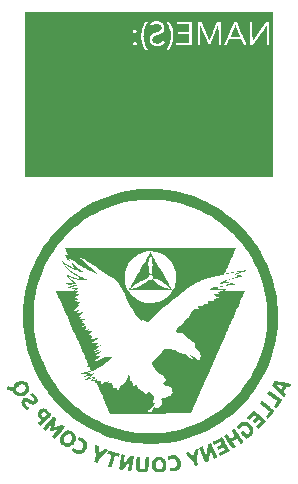
<source format=gbr>
%TF.GenerationSoftware,KiCad,Pcbnew,6.0.0-d3dd2cf0fa~116~ubuntu21.10.1*%
%TF.CreationDate,2022-01-02T17:21:38-05:00*%
%TF.ProjectId,ardustack-mcu,61726475-7374-4616-936b-2d6d63752e6b,rev?*%
%TF.SameCoordinates,Original*%
%TF.FileFunction,Legend,Bot*%
%TF.FilePolarity,Positive*%
%FSLAX46Y46*%
G04 Gerber Fmt 4.6, Leading zero omitted, Abs format (unit mm)*
G04 Created by KiCad (PCBNEW 6.0.0-d3dd2cf0fa~116~ubuntu21.10.1) date 2022-01-02 17:21:38*
%MOMM*%
%LPD*%
G01*
G04 APERTURE LIST*
G04 APERTURE END LIST*
%TO.C,G\u002A\u002A\u002A*%
G36*
X131128998Y-82922939D02*
G01*
X131139009Y-82944389D01*
X131154354Y-82978760D01*
X131174347Y-83024425D01*
X131198296Y-83079756D01*
X131225514Y-83143125D01*
X131255312Y-83212904D01*
X131287000Y-83287465D01*
X131319890Y-83365180D01*
X131353292Y-83444422D01*
X131386519Y-83523563D01*
X131418880Y-83600974D01*
X131449688Y-83675029D01*
X131478252Y-83744098D01*
X131503885Y-83806554D01*
X131525897Y-83860770D01*
X131543599Y-83905117D01*
X131543693Y-83905517D01*
X131540391Y-83908072D01*
X131529287Y-83910207D01*
X131509168Y-83911952D01*
X131478821Y-83913341D01*
X131437034Y-83914405D01*
X131382594Y-83915176D01*
X131314288Y-83915688D01*
X131230903Y-83915971D01*
X131131226Y-83916058D01*
X131129783Y-83916058D01*
X131046330Y-83915963D01*
X130968495Y-83915698D01*
X130897974Y-83915281D01*
X130836467Y-83914730D01*
X130785673Y-83914063D01*
X130747288Y-83913299D01*
X130723011Y-83912457D01*
X130714542Y-83911554D01*
X130717751Y-83902505D01*
X130726984Y-83878979D01*
X130741539Y-83842689D01*
X130760713Y-83795336D01*
X130783804Y-83738626D01*
X130810110Y-83674261D01*
X130838927Y-83603944D01*
X130869555Y-83529380D01*
X130901290Y-83452272D01*
X130933429Y-83374323D01*
X130965272Y-83297237D01*
X130996114Y-83222717D01*
X131025255Y-83152468D01*
X131051990Y-83088191D01*
X131075619Y-83031592D01*
X131095438Y-82984373D01*
X131110745Y-82948238D01*
X131120839Y-82924890D01*
X131125015Y-82916034D01*
X131128998Y-82922939D01*
G37*
G36*
X113296899Y-95802068D02*
G01*
X113296899Y-84469379D01*
X122461680Y-84469379D01*
X122462503Y-84503447D01*
X122463150Y-84513828D01*
X122467347Y-84546700D01*
X122475779Y-84571069D01*
X122490672Y-84594090D01*
X122497173Y-84601920D01*
X122521138Y-84624235D01*
X122544877Y-84639075D01*
X122552808Y-84641900D01*
X122583453Y-84648471D01*
X122615932Y-84650932D01*
X122654405Y-84647222D01*
X122699869Y-84630460D01*
X122733848Y-84600615D01*
X122755890Y-84558129D01*
X122765547Y-84503447D01*
X122766395Y-84482677D01*
X122765270Y-84455444D01*
X122759656Y-84435323D01*
X122748259Y-84415760D01*
X122732005Y-84394705D01*
X122694059Y-84362620D01*
X122648296Y-84344777D01*
X122609459Y-84340822D01*
X122560535Y-84350214D01*
X122516602Y-84375492D01*
X122479791Y-84415760D01*
X122472628Y-84427021D01*
X122464624Y-84446088D01*
X122461680Y-84469379D01*
X113296899Y-84469379D01*
X113296899Y-83828532D01*
X123150677Y-83828532D01*
X123152328Y-83915999D01*
X123164644Y-84080311D01*
X123189619Y-84240909D01*
X123228007Y-84402084D01*
X123253515Y-84482677D01*
X123280560Y-84568125D01*
X123300164Y-84619606D01*
X123332727Y-84695211D01*
X123370685Y-84775264D01*
X123411399Y-84854471D01*
X123452229Y-84927538D01*
X123490535Y-84989172D01*
X123512984Y-85022626D01*
X123532753Y-85051775D01*
X123547077Y-85072547D01*
X123553837Y-85081840D01*
X123554655Y-85082068D01*
X123566068Y-85077849D01*
X123587433Y-85066870D01*
X123614916Y-85051397D01*
X123644685Y-85033694D01*
X123672911Y-85016028D01*
X123695759Y-85000664D01*
X123709399Y-84989867D01*
X123707895Y-84981980D01*
X123698867Y-84961977D01*
X123683668Y-84933203D01*
X123663895Y-84898853D01*
X123588461Y-84765185D01*
X123511679Y-84607798D01*
X123450151Y-84453223D01*
X123403300Y-84299515D01*
X123370549Y-84144731D01*
X123366611Y-84112410D01*
X123866617Y-84112410D01*
X123875175Y-84208514D01*
X123898904Y-84297398D01*
X123937594Y-84377957D01*
X123981955Y-84440801D01*
X124050888Y-84512393D01*
X124132386Y-84573641D01*
X124224842Y-84623381D01*
X124326649Y-84660446D01*
X124365032Y-84669147D01*
X124425892Y-84677497D01*
X124493898Y-84682308D01*
X124563357Y-84683374D01*
X124628578Y-84680488D01*
X124683871Y-84673442D01*
X124732866Y-84662878D01*
X124844580Y-84627909D01*
X124944489Y-84580034D01*
X125032576Y-84519265D01*
X125108821Y-84445612D01*
X125118872Y-84434014D01*
X125138815Y-84409923D01*
X125151909Y-84392500D01*
X125155714Y-84384906D01*
X125154318Y-84383660D01*
X125141104Y-84373421D01*
X125118245Y-84356602D01*
X125089142Y-84335614D01*
X125057194Y-84312866D01*
X125025803Y-84290771D01*
X124998369Y-84271739D01*
X124978292Y-84258180D01*
X124968971Y-84252506D01*
X124968880Y-84252478D01*
X124959392Y-84257744D01*
X124943634Y-84274054D01*
X124924968Y-84297937D01*
X124887976Y-84341816D01*
X124825831Y-84394254D01*
X124753014Y-84436544D01*
X124672565Y-84467009D01*
X124587520Y-84483975D01*
X124491976Y-84487245D01*
X124403086Y-84475027D01*
X124321834Y-84447506D01*
X124248875Y-84404902D01*
X124184860Y-84347437D01*
X124151383Y-84308203D01*
X124126625Y-84270384D01*
X124111531Y-84231808D01*
X124104007Y-84187003D01*
X124101964Y-84130496D01*
X124102157Y-84101804D01*
X124103670Y-84067537D01*
X124107516Y-84041785D01*
X124114661Y-84019060D01*
X124126076Y-83993873D01*
X124146477Y-83959594D01*
X124189636Y-83908785D01*
X124244113Y-83862721D01*
X124306191Y-83824890D01*
X124310896Y-83822591D01*
X124341542Y-83809139D01*
X124384430Y-83791931D01*
X124435950Y-83772346D01*
X124492492Y-83751762D01*
X124550445Y-83731561D01*
X124561441Y-83727803D01*
X124620279Y-83707190D01*
X124677681Y-83686316D01*
X124729848Y-83666610D01*
X124772981Y-83649502D01*
X124803280Y-83636421D01*
X124886140Y-83591776D01*
X124957235Y-83539456D01*
X125013910Y-83479948D01*
X125057429Y-83411913D01*
X125089058Y-83334011D01*
X125097759Y-83298271D01*
X125105639Y-83240045D01*
X125109077Y-83175491D01*
X125108019Y-83110411D01*
X125102411Y-83050604D01*
X125092197Y-83001870D01*
X125071736Y-82944826D01*
X125027092Y-82859341D01*
X124969453Y-82785078D01*
X124899427Y-82722460D01*
X124817622Y-82671907D01*
X124803634Y-82666180D01*
X125305445Y-82666180D01*
X125305501Y-82666635D01*
X125310649Y-82678327D01*
X125322954Y-82701514D01*
X125340700Y-82733066D01*
X125362174Y-82769848D01*
X125397044Y-82830123D01*
X125479002Y-82986876D01*
X125545831Y-83139171D01*
X125597016Y-83285872D01*
X125607400Y-83322371D01*
X125634878Y-83444076D01*
X125654965Y-83575201D01*
X125667151Y-83710650D01*
X125670929Y-83845328D01*
X125665788Y-83974137D01*
X125665483Y-83977973D01*
X125651702Y-84105218D01*
X125630794Y-84225989D01*
X125601776Y-84343314D01*
X125588217Y-84384906D01*
X125563664Y-84460220D01*
X125515476Y-84579736D01*
X125456226Y-84704888D01*
X125384933Y-84838705D01*
X125367709Y-84869690D01*
X125346416Y-84908350D01*
X125329459Y-84939568D01*
X125318248Y-84960737D01*
X125314197Y-84969251D01*
X125314269Y-84969505D01*
X125321974Y-84977073D01*
X125337593Y-84989867D01*
X125339908Y-84991763D01*
X125364525Y-85010660D01*
X125391996Y-85031213D01*
X125420729Y-85052720D01*
X125441968Y-85068628D01*
X125469084Y-85088953D01*
X125519571Y-85013088D01*
X125542381Y-84977764D01*
X125615132Y-84850200D01*
X125681285Y-84711098D01*
X125711833Y-84633770D01*
X126136940Y-84633770D01*
X127414892Y-84633770D01*
X127939898Y-84633770D01*
X128158700Y-84633770D01*
X128163164Y-82953076D01*
X128863954Y-84629394D01*
X128985906Y-84634174D01*
X129694866Y-82936768D01*
X129697097Y-83785269D01*
X129699329Y-84633770D01*
X129909379Y-84633770D01*
X129909369Y-84629191D01*
X130163129Y-84629191D01*
X130164304Y-84629864D01*
X130178226Y-84631309D01*
X130205378Y-84632161D01*
X130242647Y-84632354D01*
X130286918Y-84631822D01*
X130410708Y-84629394D01*
X130517245Y-84375569D01*
X130623783Y-84121744D01*
X131630709Y-84117226D01*
X131847011Y-84633770D01*
X132096670Y-84633770D01*
X132351201Y-84633770D01*
X132618229Y-84633312D01*
X133200181Y-83796892D01*
X133240244Y-83739323D01*
X133314374Y-83632873D01*
X133385433Y-83530920D01*
X133452792Y-83434364D01*
X133515823Y-83344101D01*
X133573897Y-83261032D01*
X133626385Y-83186052D01*
X133672658Y-83120061D01*
X133712088Y-83063955D01*
X133744045Y-83018634D01*
X133767900Y-82984996D01*
X133783026Y-82963937D01*
X133788792Y-82956356D01*
X133789169Y-82957467D01*
X133790102Y-82971995D01*
X133790991Y-83002372D01*
X133791826Y-83047411D01*
X133792599Y-83105924D01*
X133793299Y-83176723D01*
X133793917Y-83258620D01*
X133794444Y-83350427D01*
X133794871Y-83450957D01*
X133795187Y-83559022D01*
X133795384Y-83673434D01*
X133795452Y-83793005D01*
X133795452Y-84633770D01*
X134005588Y-84633770D01*
X134003363Y-83638163D01*
X134001137Y-82642557D01*
X133873360Y-82640142D01*
X133745583Y-82637728D01*
X133160024Y-83470515D01*
X132574466Y-84303302D01*
X132572233Y-83482524D01*
X132572076Y-83427827D01*
X132571575Y-83283907D01*
X132570983Y-83156602D01*
X132570292Y-83045251D01*
X132569490Y-82949195D01*
X132568569Y-82867775D01*
X132567519Y-82800332D01*
X132566330Y-82746206D01*
X132564993Y-82704738D01*
X132563497Y-82675269D01*
X132561834Y-82657139D01*
X132559993Y-82649689D01*
X132559395Y-82649021D01*
X132549410Y-82643719D01*
X132530129Y-82640626D01*
X132498837Y-82639499D01*
X132452819Y-82640094D01*
X132355651Y-82642557D01*
X132353426Y-83638163D01*
X132351201Y-84633770D01*
X132096670Y-84633770D01*
X132071453Y-84574690D01*
X132069170Y-84569373D01*
X132059348Y-84546646D01*
X132043229Y-84509446D01*
X132021285Y-84458853D01*
X131993982Y-84395948D01*
X131961792Y-84321811D01*
X131925182Y-84237522D01*
X131884622Y-84144161D01*
X131840581Y-84042808D01*
X131793529Y-83934544D01*
X131743934Y-83820448D01*
X131692266Y-83701601D01*
X131638994Y-83579083D01*
X131231752Y-82642557D01*
X131030368Y-82637631D01*
X131017902Y-82661976D01*
X131014197Y-82669969D01*
X131003798Y-82693281D01*
X130987480Y-82730266D01*
X130965759Y-82779737D01*
X130939152Y-82840505D01*
X130908175Y-82911380D01*
X130873345Y-82991174D01*
X130835179Y-83078698D01*
X130794193Y-83172763D01*
X130750904Y-83272181D01*
X130705828Y-83375762D01*
X130659481Y-83482318D01*
X130612382Y-83590659D01*
X130565045Y-83699597D01*
X130517987Y-83807944D01*
X130471726Y-83914509D01*
X130426777Y-84018105D01*
X130383658Y-84117543D01*
X130342884Y-84211633D01*
X130304972Y-84299187D01*
X130270440Y-84379017D01*
X130239803Y-84449932D01*
X130213578Y-84510745D01*
X130192281Y-84560266D01*
X130176430Y-84597306D01*
X130166540Y-84620678D01*
X130163129Y-84629191D01*
X129909369Y-84629191D01*
X129907153Y-83638163D01*
X129904928Y-82642557D01*
X129589914Y-82642557D01*
X129266029Y-83422372D01*
X129248269Y-83465129D01*
X129202672Y-83574878D01*
X129159044Y-83679846D01*
X129117859Y-83778895D01*
X129079593Y-83870885D01*
X129044720Y-83954678D01*
X129013712Y-84029135D01*
X128987045Y-84093119D01*
X128965192Y-84145489D01*
X128948629Y-84185107D01*
X128937828Y-84210835D01*
X128933264Y-84221534D01*
X128932649Y-84222477D01*
X128929866Y-84222321D01*
X128925322Y-84217146D01*
X128918644Y-84206090D01*
X128909455Y-84188295D01*
X128897382Y-84162901D01*
X128882049Y-84129046D01*
X128863080Y-84085872D01*
X128840102Y-84032519D01*
X128812739Y-83968126D01*
X128780617Y-83891834D01*
X128743359Y-83802782D01*
X128700592Y-83700111D01*
X128651939Y-83582961D01*
X128597027Y-83450472D01*
X128575184Y-83397753D01*
X128529593Y-83287854D01*
X128486007Y-83182971D01*
X128444893Y-83084219D01*
X128406720Y-82992716D01*
X128371955Y-82909578D01*
X128341065Y-82835921D01*
X128314520Y-82772861D01*
X128292786Y-82721515D01*
X128276332Y-82683000D01*
X128265625Y-82658431D01*
X128261133Y-82648924D01*
X128260480Y-82648200D01*
X128251367Y-82644189D01*
X128232556Y-82641485D01*
X128202100Y-82639984D01*
X128158055Y-82639581D01*
X128098472Y-82640172D01*
X127944349Y-82642557D01*
X127942124Y-83638163D01*
X127939898Y-84633770D01*
X127414892Y-84633770D01*
X127412667Y-83638163D01*
X127410441Y-82642557D01*
X126176327Y-82642557D01*
X126173852Y-82741023D01*
X126171377Y-82839490D01*
X127204756Y-82839490D01*
X127204756Y-83504686D01*
X126241971Y-83504686D01*
X126241971Y-83697243D01*
X127204756Y-83697243D01*
X127204756Y-84441213D01*
X126136940Y-84441213D01*
X126136940Y-84633770D01*
X125711833Y-84633770D01*
X125739151Y-84564618D01*
X125787036Y-84414919D01*
X125823251Y-84266161D01*
X125830964Y-84226149D01*
X125856462Y-84040701D01*
X125865957Y-83853239D01*
X125859713Y-83665521D01*
X125837994Y-83479304D01*
X125801061Y-83296347D01*
X125749178Y-83118407D01*
X125682608Y-82947242D01*
X125601613Y-82784609D01*
X125582543Y-82751236D01*
X125555401Y-82705928D01*
X125528496Y-82663177D01*
X125503518Y-82625510D01*
X125482157Y-82595455D01*
X125466103Y-82575541D01*
X125457045Y-82568297D01*
X125454082Y-82568870D01*
X125438075Y-82576163D01*
X125413818Y-82589861D01*
X125385216Y-82607442D01*
X125356173Y-82626386D01*
X125330594Y-82644171D01*
X125312383Y-82658276D01*
X125305445Y-82666180D01*
X124803634Y-82666180D01*
X124724648Y-82633842D01*
X124621111Y-82608685D01*
X124507620Y-82596858D01*
X124472828Y-82595788D01*
X124365772Y-82598688D01*
X124269931Y-82612036D01*
X124182655Y-82636514D01*
X124101292Y-82672807D01*
X124023191Y-82721595D01*
X124016624Y-82726382D01*
X123989121Y-82748057D01*
X123960787Y-82772436D01*
X123934508Y-82796771D01*
X123913165Y-82818314D01*
X123899643Y-82834317D01*
X123896825Y-82842032D01*
X123903545Y-82847229D01*
X123921545Y-82861193D01*
X123947813Y-82881589D01*
X123979428Y-82906148D01*
X124007709Y-82927993D01*
X124036755Y-82950133D01*
X124058622Y-82966463D01*
X124070006Y-82974493D01*
X124078436Y-82974847D01*
X124095454Y-82963452D01*
X124120176Y-82937774D01*
X124162093Y-82896392D01*
X124230977Y-82847791D01*
X124308122Y-82812496D01*
X124335118Y-82804131D01*
X124368298Y-82797389D01*
X124406708Y-82793970D01*
X124456444Y-82793076D01*
X124480402Y-82793320D01*
X124541536Y-82796690D01*
X124592956Y-82804907D01*
X124640239Y-82819108D01*
X124688964Y-82840427D01*
X124747290Y-82876381D01*
X124802981Y-82928029D01*
X124845563Y-82988780D01*
X124846947Y-82991343D01*
X124859697Y-83017875D01*
X124867672Y-83043404D01*
X124872297Y-83074096D01*
X124874998Y-83116120D01*
X124875235Y-83121768D01*
X124875121Y-83183626D01*
X124868321Y-83233377D01*
X124853344Y-83275320D01*
X124828702Y-83313757D01*
X124792902Y-83352985D01*
X124774879Y-83369721D01*
X124738072Y-83398690D01*
X124695043Y-83425864D01*
X124643610Y-83452316D01*
X124581590Y-83479122D01*
X124506800Y-83507356D01*
X124417057Y-83538095D01*
X124402918Y-83542791D01*
X124310839Y-83574969D01*
X124233474Y-83605323D01*
X124168612Y-83634942D01*
X124114041Y-83664914D01*
X124067548Y-83696331D01*
X124026922Y-83730281D01*
X124025760Y-83731358D01*
X123971228Y-83786707D01*
X123930706Y-83839960D01*
X123901972Y-83895387D01*
X123882802Y-83957257D01*
X123870973Y-84029842D01*
X123866617Y-84112410D01*
X123366611Y-84112410D01*
X123351322Y-83986926D01*
X123345041Y-83824156D01*
X123345882Y-83761599D01*
X123354900Y-83617387D01*
X123374368Y-83478073D01*
X123404991Y-83341249D01*
X123447471Y-83204509D01*
X123502513Y-83065445D01*
X123570821Y-82921650D01*
X123653099Y-82770716D01*
X123653293Y-82770379D01*
X123672921Y-82734771D01*
X123687884Y-82704639D01*
X123696720Y-82683154D01*
X123697967Y-82673482D01*
X123685635Y-82663221D01*
X123662074Y-82645137D01*
X123633809Y-82624441D01*
X123604577Y-82603764D01*
X123578112Y-82585738D01*
X123558150Y-82572993D01*
X123548427Y-82568160D01*
X123547181Y-82568409D01*
X123535945Y-82578432D01*
X123518420Y-82601515D01*
X123495951Y-82635475D01*
X123469879Y-82678126D01*
X123441548Y-82727285D01*
X123412302Y-82780767D01*
X123383483Y-82836388D01*
X123345559Y-82915265D01*
X123274166Y-83089995D01*
X123219374Y-83267018D01*
X123180789Y-83448002D01*
X123176242Y-83485273D01*
X123158021Y-83634617D01*
X123150677Y-83828532D01*
X113296899Y-83828532D01*
X113296899Y-83443311D01*
X122461108Y-83443311D01*
X122464503Y-83499506D01*
X122465340Y-83503427D01*
X122480770Y-83539117D01*
X122506940Y-83572213D01*
X122538482Y-83595733D01*
X122568533Y-83607685D01*
X122618938Y-83614158D01*
X122667415Y-83604384D01*
X122711383Y-83579062D01*
X122748259Y-83538892D01*
X122755422Y-83527631D01*
X122763426Y-83508564D01*
X122766370Y-83485273D01*
X122765547Y-83451205D01*
X122764900Y-83440824D01*
X122760703Y-83407952D01*
X122752271Y-83383583D01*
X122737379Y-83360562D01*
X122708022Y-83331091D01*
X122665898Y-83310187D01*
X122614025Y-83303377D01*
X122577691Y-83306913D01*
X122531849Y-83324046D01*
X122496195Y-83353727D01*
X122472143Y-83394100D01*
X122461108Y-83443311D01*
X113296899Y-83443311D01*
X113296899Y-81797933D01*
X134303101Y-81797933D01*
X134303101Y-95802068D01*
X113296899Y-95802068D01*
G37*
G36*
X130001545Y-117798141D02*
G01*
X130019553Y-117828869D01*
X130046482Y-117875872D01*
X130081040Y-117936826D01*
X130121934Y-118009404D01*
X130167873Y-118091281D01*
X130217563Y-118180132D01*
X130269713Y-118273632D01*
X130323030Y-118369454D01*
X130376221Y-118465273D01*
X130427995Y-118558765D01*
X130477059Y-118647602D01*
X130522120Y-118729461D01*
X130561886Y-118802015D01*
X130595065Y-118862939D01*
X130620364Y-118909907D01*
X130636492Y-118940595D01*
X130642155Y-118952676D01*
X130642045Y-118952977D01*
X130629881Y-118961988D01*
X130599217Y-118981083D01*
X130552357Y-119008924D01*
X130491603Y-119044174D01*
X130419262Y-119085494D01*
X130337636Y-119131545D01*
X130249031Y-119180991D01*
X130240055Y-119185972D01*
X130151734Y-119234861D01*
X130070245Y-119279748D01*
X129997942Y-119319349D01*
X129937182Y-119352384D01*
X129890322Y-119377572D01*
X129859717Y-119393630D01*
X129847724Y-119399277D01*
X129841570Y-119392307D01*
X129826404Y-119368766D01*
X129805498Y-119333626D01*
X129781796Y-119292136D01*
X129758239Y-119249543D01*
X129737770Y-119211096D01*
X129723331Y-119182043D01*
X129717864Y-119167634D01*
X129724698Y-119162344D01*
X129749933Y-119146696D01*
X129791097Y-119122472D01*
X129845377Y-119091300D01*
X129909960Y-119054809D01*
X129982034Y-119014629D01*
X130246204Y-118868286D01*
X130223698Y-118830717D01*
X130223086Y-118829694D01*
X130205552Y-118799479D01*
X130181738Y-118757396D01*
X130156613Y-118712223D01*
X130145158Y-118691609D01*
X130125832Y-118659388D01*
X130112052Y-118643293D01*
X130100036Y-118639730D01*
X130086003Y-118645105D01*
X130070530Y-118653524D01*
X130036655Y-118672194D01*
X129989180Y-118698478D01*
X129932020Y-118730210D01*
X129869090Y-118765221D01*
X129810884Y-118797225D01*
X129756886Y-118826070D01*
X129713575Y-118848297D01*
X129684350Y-118862165D01*
X129672609Y-118865930D01*
X129669013Y-118861726D01*
X129653825Y-118838615D01*
X129633819Y-118803623D01*
X129611770Y-118762212D01*
X129590453Y-118719845D01*
X129572642Y-118681981D01*
X129561113Y-118654084D01*
X129558641Y-118641615D01*
X129558695Y-118641564D01*
X129571976Y-118632955D01*
X129602781Y-118614777D01*
X129647665Y-118589009D01*
X129703180Y-118557630D01*
X129765879Y-118522620D01*
X129767142Y-118521919D01*
X129829670Y-118487034D01*
X129884900Y-118455910D01*
X129929401Y-118430506D01*
X129959742Y-118412781D01*
X129972492Y-118404692D01*
X129970733Y-118391793D01*
X129959085Y-118363738D01*
X129940407Y-118325797D01*
X129917600Y-118283205D01*
X129893565Y-118241199D01*
X129871199Y-118205013D01*
X129853405Y-118179883D01*
X129843081Y-118171045D01*
X129836798Y-118173787D01*
X129811726Y-118186671D01*
X129770719Y-118208592D01*
X129716822Y-118237901D01*
X129653082Y-118272950D01*
X129582544Y-118312089D01*
X129536322Y-118337753D01*
X129470030Y-118374217D01*
X129412590Y-118405397D01*
X129367020Y-118429674D01*
X129336340Y-118445428D01*
X129323569Y-118451040D01*
X129316440Y-118444078D01*
X129299757Y-118419815D01*
X129276778Y-118382255D01*
X129250235Y-118335694D01*
X129236552Y-118310676D01*
X129213262Y-118265658D01*
X129200784Y-118236121D01*
X129197830Y-118218625D01*
X129203113Y-118209731D01*
X129225049Y-118196203D01*
X129269779Y-118169991D01*
X129327205Y-118137375D01*
X129394518Y-118099857D01*
X129468910Y-118058944D01*
X129547575Y-118016138D01*
X129627705Y-117972944D01*
X129706492Y-117930867D01*
X129781130Y-117891410D01*
X129848810Y-117856077D01*
X129906727Y-117826373D01*
X129952071Y-117803802D01*
X129982036Y-117789868D01*
X129993815Y-117786075D01*
X130001545Y-117798141D01*
G37*
G36*
X113979504Y-114076641D02*
G01*
X113989445Y-114082460D01*
X114027555Y-114111050D01*
X114074635Y-114152834D01*
X114126450Y-114203415D01*
X114178766Y-114258396D01*
X114227352Y-114313379D01*
X114267971Y-114363969D01*
X114296392Y-114405766D01*
X114347794Y-114510005D01*
X114378436Y-114611246D01*
X114386935Y-114706255D01*
X114373314Y-114794212D01*
X114337601Y-114874298D01*
X114279819Y-114945693D01*
X114263237Y-114961091D01*
X114194311Y-115010106D01*
X114118185Y-115039516D01*
X114028922Y-115051832D01*
X114017789Y-115052296D01*
X113974186Y-115052376D01*
X113933805Y-115048387D01*
X113893369Y-115038957D01*
X113849596Y-115022713D01*
X113799209Y-114998284D01*
X113738927Y-114964297D01*
X113665470Y-114919381D01*
X113575560Y-114862163D01*
X113549189Y-114845779D01*
X113477318Y-114808579D01*
X113418587Y-114790932D01*
X113372531Y-114792744D01*
X113338687Y-114813919D01*
X113321675Y-114842210D01*
X113315125Y-114890867D01*
X113327279Y-114948662D01*
X113357846Y-115012571D01*
X113388615Y-115055550D01*
X113433999Y-115108175D01*
X113488172Y-115164374D01*
X113545759Y-115218829D01*
X113601385Y-115266226D01*
X113649676Y-115301246D01*
X113671645Y-115315640D01*
X113695410Y-115332886D01*
X113704548Y-115342061D01*
X113698699Y-115348180D01*
X113676852Y-115365928D01*
X113642620Y-115391940D01*
X113600038Y-115423086D01*
X113565988Y-115447046D01*
X113526349Y-115473444D01*
X113496653Y-115491451D01*
X113481571Y-115498110D01*
X113481372Y-115498108D01*
X113460509Y-115489911D01*
X113426944Y-115468065D01*
X113384828Y-115435906D01*
X113338311Y-115396771D01*
X113291544Y-115353994D01*
X113248677Y-115310913D01*
X113230730Y-115291496D01*
X113149149Y-115192905D01*
X113087994Y-115098107D01*
X113045351Y-115003730D01*
X113019308Y-114906397D01*
X113012905Y-114835469D01*
X113023870Y-114747703D01*
X113054519Y-114667487D01*
X113102517Y-114597366D01*
X113165527Y-114539883D01*
X113241214Y-114497579D01*
X113327244Y-114473000D01*
X113421279Y-114468686D01*
X113434442Y-114469734D01*
X113489910Y-114478110D01*
X113544383Y-114494087D01*
X113602644Y-114519695D01*
X113669481Y-114556963D01*
X113749679Y-114607919D01*
X113804671Y-114643633D01*
X113873754Y-114685535D01*
X113928497Y-114713803D01*
X113971523Y-114729289D01*
X114005457Y-114732847D01*
X114032922Y-114725328D01*
X114056542Y-114707583D01*
X114070468Y-114688640D01*
X114081031Y-114644216D01*
X114072664Y-114588881D01*
X114045506Y-114524938D01*
X114042861Y-114520190D01*
X114008883Y-114470765D01*
X113961070Y-114414386D01*
X113904958Y-114356780D01*
X113846087Y-114303672D01*
X113789996Y-114260789D01*
X113762361Y-114241221D01*
X113738454Y-114222322D01*
X113729137Y-114212104D01*
X113734694Y-114205521D01*
X113756189Y-114187172D01*
X113790114Y-114160662D01*
X113832457Y-114129209D01*
X113936087Y-114053917D01*
X113979504Y-114076641D01*
G37*
G36*
X125769608Y-105327289D02*
G01*
X125786741Y-105358664D01*
X125792627Y-105370783D01*
X125790048Y-105371213D01*
X125767525Y-105372116D01*
X125722886Y-105372987D01*
X125657421Y-105373821D01*
X125572423Y-105374613D01*
X125469181Y-105375355D01*
X125348987Y-105376044D01*
X125213131Y-105376672D01*
X125062904Y-105377236D01*
X124899597Y-105377728D01*
X124724501Y-105378143D01*
X124538906Y-105378476D01*
X124344104Y-105378720D01*
X124141386Y-105378871D01*
X123932041Y-105378923D01*
X123833854Y-105378914D01*
X123627433Y-105378836D01*
X123428239Y-105378682D01*
X123237562Y-105378456D01*
X123056694Y-105378162D01*
X122886925Y-105377806D01*
X122729546Y-105377391D01*
X122585848Y-105376922D01*
X122457121Y-105376403D01*
X122344657Y-105375839D01*
X122249747Y-105375235D01*
X122173681Y-105374594D01*
X122117749Y-105373921D01*
X122083244Y-105373221D01*
X122071455Y-105372498D01*
X122075779Y-105361566D01*
X122088652Y-105339488D01*
X122089584Y-105337970D01*
X122100496Y-105319429D01*
X122122562Y-105281555D01*
X122140919Y-105249944D01*
X122297043Y-105249944D01*
X122379311Y-105241630D01*
X122545311Y-105213999D01*
X122720067Y-105162872D01*
X122899009Y-105088960D01*
X123081545Y-104992572D01*
X123267085Y-104874023D01*
X123455041Y-104733624D01*
X123644822Y-104571687D01*
X123783737Y-104445822D01*
X123818621Y-104471233D01*
X123853080Y-104487359D01*
X123905500Y-104497126D01*
X123963154Y-104497643D01*
X124017022Y-104488922D01*
X124058081Y-104470971D01*
X124094092Y-104445297D01*
X124202126Y-104541822D01*
X124316096Y-104640783D01*
X124496725Y-104785535D01*
X124672204Y-104911086D01*
X124841621Y-105016885D01*
X125004068Y-105102379D01*
X125158634Y-105167016D01*
X125304409Y-105210245D01*
X125320347Y-105213781D01*
X125379226Y-105225119D01*
X125437844Y-105234134D01*
X125491545Y-105240356D01*
X125535670Y-105243320D01*
X125565561Y-105242555D01*
X125576559Y-105237594D01*
X125576477Y-105236502D01*
X125567777Y-105216899D01*
X125547201Y-105184411D01*
X125518262Y-105143793D01*
X125484469Y-105099797D01*
X125449333Y-105057176D01*
X125416364Y-105020684D01*
X125414962Y-105019233D01*
X125302971Y-104916337D01*
X125168940Y-104815643D01*
X125014782Y-104718189D01*
X124842409Y-104625010D01*
X124653736Y-104537139D01*
X124450674Y-104455614D01*
X124235137Y-104381468D01*
X124148109Y-104353876D01*
X124148109Y-104298108D01*
X124146533Y-104271897D01*
X124128884Y-104207588D01*
X124094282Y-104153061D01*
X124046023Y-104114252D01*
X124031709Y-104106604D01*
X124006536Y-104093361D01*
X123995340Y-104087795D01*
X123995284Y-104087737D01*
X123996849Y-104075225D01*
X124002581Y-104044040D01*
X124011608Y-103998707D01*
X124023061Y-103943750D01*
X124043063Y-103843953D01*
X124078367Y-103625247D01*
X124100677Y-103414297D01*
X124109923Y-103213542D01*
X124106035Y-103025423D01*
X124088944Y-102852382D01*
X124058580Y-102696859D01*
X124045805Y-102651567D01*
X124026809Y-102594159D01*
X124005449Y-102537043D01*
X123983630Y-102484742D01*
X123963256Y-102441783D01*
X123946231Y-102412689D01*
X123934462Y-102401985D01*
X123931016Y-102403633D01*
X123917748Y-102421926D01*
X123899826Y-102456937D01*
X123879228Y-102504243D01*
X123857929Y-102559423D01*
X123837906Y-102618053D01*
X123807029Y-102735911D01*
X123781755Y-102890187D01*
X123768076Y-103058867D01*
X123765909Y-103238427D01*
X123775169Y-103425347D01*
X123795772Y-103616105D01*
X123827636Y-103807180D01*
X123870675Y-103995050D01*
X123893411Y-104081640D01*
X123840534Y-104107238D01*
X123817672Y-104120259D01*
X123769511Y-104165649D01*
X123738777Y-104224823D01*
X123727972Y-104293635D01*
X123727966Y-104352599D01*
X123592929Y-104396110D01*
X123562052Y-104406188D01*
X123362453Y-104477775D01*
X123174396Y-104556449D01*
X122999438Y-104641208D01*
X122839134Y-104731049D01*
X122695040Y-104824970D01*
X122568713Y-104921968D01*
X122461707Y-105021041D01*
X122375579Y-105121187D01*
X122311885Y-105221404D01*
X122297043Y-105249944D01*
X122140919Y-105249944D01*
X122155111Y-105225505D01*
X122197474Y-105152437D01*
X122248982Y-105063508D01*
X122308965Y-104959876D01*
X122376753Y-104842698D01*
X122451678Y-104713132D01*
X122533069Y-104572336D01*
X122620257Y-104421466D01*
X122712572Y-104261681D01*
X122809345Y-104094137D01*
X122909907Y-103919994D01*
X123013587Y-103740407D01*
X123042810Y-103689786D01*
X123145477Y-103511997D01*
X123244741Y-103340180D01*
X123339941Y-103175475D01*
X123430417Y-103019023D01*
X123515507Y-102871964D01*
X123594550Y-102735438D01*
X123666886Y-102610586D01*
X123731854Y-102498548D01*
X123788792Y-102400464D01*
X123837041Y-102317476D01*
X123875939Y-102250722D01*
X123904825Y-102201344D01*
X123923038Y-102170482D01*
X123929918Y-102159275D01*
X123931225Y-102160703D01*
X123942523Y-102178267D01*
X123964695Y-102214712D01*
X123996949Y-102268674D01*
X124038497Y-102338792D01*
X124088547Y-102423705D01*
X124146310Y-102522049D01*
X124210997Y-102632464D01*
X124281816Y-102753586D01*
X124357979Y-102884055D01*
X124438695Y-103022508D01*
X124523174Y-103167583D01*
X124610626Y-103317918D01*
X124700261Y-103472151D01*
X124791290Y-103628921D01*
X124882922Y-103786865D01*
X124974367Y-103944621D01*
X125064836Y-104100827D01*
X125153539Y-104254122D01*
X125239684Y-104403143D01*
X125322484Y-104546528D01*
X125401146Y-104682916D01*
X125474883Y-104810944D01*
X125542903Y-104929250D01*
X125604416Y-105036473D01*
X125658634Y-105131250D01*
X125704765Y-105212220D01*
X125719131Y-105237594D01*
X125742020Y-105278020D01*
X125769608Y-105327289D01*
G37*
G36*
X120358282Y-118954326D02*
G01*
X120385402Y-118959854D01*
X120430646Y-118970607D01*
X120491082Y-118985786D01*
X120563776Y-119004589D01*
X120645798Y-119026218D01*
X120734213Y-119049873D01*
X120826090Y-119074753D01*
X120918497Y-119100058D01*
X121008502Y-119124989D01*
X121093171Y-119148746D01*
X121169573Y-119170529D01*
X121234775Y-119189537D01*
X121285844Y-119204971D01*
X121319850Y-119216032D01*
X121333859Y-119221918D01*
X121334467Y-119232197D01*
X121329958Y-119260399D01*
X121321215Y-119300380D01*
X121309785Y-119346267D01*
X121297215Y-119392183D01*
X121285054Y-119432254D01*
X121274850Y-119460605D01*
X121268149Y-119471361D01*
X121265191Y-119470831D01*
X121243509Y-119465463D01*
X121204751Y-119455232D01*
X121153201Y-119441279D01*
X121093146Y-119424747D01*
X121035819Y-119409039D01*
X120986397Y-119396315D01*
X120953338Y-119389373D01*
X120933034Y-119387664D01*
X120921878Y-119390636D01*
X120916262Y-119397738D01*
X120915527Y-119399672D01*
X120908911Y-119420856D01*
X120896846Y-119461892D01*
X120880075Y-119520170D01*
X120859342Y-119593080D01*
X120835389Y-119678010D01*
X120808961Y-119772349D01*
X120780800Y-119873488D01*
X120773387Y-119900186D01*
X120745690Y-119999882D01*
X120720026Y-120092163D01*
X120697127Y-120174408D01*
X120677722Y-120243998D01*
X120662542Y-120298313D01*
X120652317Y-120334733D01*
X120647778Y-120350638D01*
X120642216Y-120361770D01*
X120627167Y-120371645D01*
X120614869Y-120369628D01*
X120584035Y-120362199D01*
X120541535Y-120350874D01*
X120493185Y-120337323D01*
X120444795Y-120323215D01*
X120402181Y-120310218D01*
X120371155Y-120300002D01*
X120357530Y-120294235D01*
X120358444Y-120285482D01*
X120364956Y-120255939D01*
X120376743Y-120208184D01*
X120393109Y-120144901D01*
X120413358Y-120068772D01*
X120436794Y-119982483D01*
X120462720Y-119888717D01*
X120480424Y-119825215D01*
X120507561Y-119727830D01*
X120533206Y-119635748D01*
X120556366Y-119552532D01*
X120576050Y-119481748D01*
X120591265Y-119426959D01*
X120601021Y-119391730D01*
X120627964Y-119294094D01*
X120460939Y-119248746D01*
X120436931Y-119242144D01*
X120379875Y-119225729D01*
X120333148Y-119211261D01*
X120301051Y-119200109D01*
X120287885Y-119193641D01*
X120287327Y-119191161D01*
X120289643Y-119170298D01*
X120297019Y-119134693D01*
X120307793Y-119090588D01*
X120320306Y-119044223D01*
X120332896Y-119001839D01*
X120343902Y-118969678D01*
X120351663Y-118953981D01*
X120358282Y-118954326D01*
G37*
G36*
X121530279Y-119260983D02*
G01*
X121572915Y-119266477D01*
X121621826Y-119273814D01*
X121671133Y-119282056D01*
X121714955Y-119290269D01*
X121747411Y-119297516D01*
X121762622Y-119302863D01*
X121763257Y-119308892D01*
X121761069Y-119335923D01*
X121755368Y-119381935D01*
X121746562Y-119444085D01*
X121735060Y-119519534D01*
X121721271Y-119605442D01*
X121705604Y-119698968D01*
X121695210Y-119759860D01*
X121680110Y-119848540D01*
X121666691Y-119927614D01*
X121655428Y-119994271D01*
X121646795Y-120045700D01*
X121641267Y-120079089D01*
X121639319Y-120091626D01*
X121639323Y-120091647D01*
X121647139Y-120083532D01*
X121668720Y-120059144D01*
X121702347Y-120020475D01*
X121746300Y-119969518D01*
X121798861Y-119908267D01*
X121858310Y-119838714D01*
X121922928Y-119762852D01*
X121986101Y-119688632D01*
X122047914Y-119616146D01*
X122103719Y-119550844D01*
X122151610Y-119494950D01*
X122189681Y-119450689D01*
X122216028Y-119420282D01*
X122228743Y-119405955D01*
X122237414Y-119397431D01*
X122248357Y-119390975D01*
X122264357Y-119388534D01*
X122290071Y-119390082D01*
X122330158Y-119395592D01*
X122389275Y-119405036D01*
X122441644Y-119414417D01*
X122486289Y-119424162D01*
X122516494Y-119432791D01*
X122527599Y-119439153D01*
X122527526Y-119439987D01*
X122524857Y-119457705D01*
X122518684Y-119495873D01*
X122509463Y-119551792D01*
X122497652Y-119622764D01*
X122483707Y-119706090D01*
X122468085Y-119799071D01*
X122451243Y-119899007D01*
X122433639Y-120003201D01*
X122415729Y-120108953D01*
X122397970Y-120213565D01*
X122380819Y-120314337D01*
X122364733Y-120408572D01*
X122350169Y-120493570D01*
X122337585Y-120566632D01*
X122327436Y-120625060D01*
X122320180Y-120666155D01*
X122316274Y-120687217D01*
X122315978Y-120688630D01*
X122306153Y-120711886D01*
X122289467Y-120714693D01*
X122279331Y-120712269D01*
X122247680Y-120706008D01*
X122202345Y-120697791D01*
X122149480Y-120688759D01*
X122113989Y-120682756D01*
X122069561Y-120674868D01*
X122038467Y-120668873D01*
X122025891Y-120665734D01*
X122026181Y-120660212D01*
X122029737Y-120634001D01*
X122036650Y-120588766D01*
X122046472Y-120527295D01*
X122058755Y-120452378D01*
X122073050Y-120366806D01*
X122088910Y-120273366D01*
X122099418Y-120211821D01*
X122114567Y-120122690D01*
X122128028Y-120043012D01*
X122139325Y-119975629D01*
X122147984Y-119923382D01*
X122153528Y-119889113D01*
X122155482Y-119875664D01*
X122155262Y-119875361D01*
X122145750Y-119883575D01*
X122124257Y-119906584D01*
X122093644Y-119941240D01*
X122056766Y-119984395D01*
X122039070Y-120005401D01*
X121995791Y-120056784D01*
X121942672Y-120119859D01*
X121883384Y-120190267D01*
X121821600Y-120263645D01*
X121760993Y-120335633D01*
X121715392Y-120389791D01*
X121665589Y-120448913D01*
X121622615Y-120499903D01*
X121588627Y-120540200D01*
X121565782Y-120567247D01*
X121556239Y-120578484D01*
X121555703Y-120578839D01*
X121539586Y-120579313D01*
X121506374Y-120576363D01*
X121461834Y-120570858D01*
X121411728Y-120563668D01*
X121361823Y-120555662D01*
X121317883Y-120547711D01*
X121285672Y-120540683D01*
X121270955Y-120535448D01*
X121271541Y-120526314D01*
X121275690Y-120495898D01*
X121283154Y-120446731D01*
X121293484Y-120381461D01*
X121306229Y-120302734D01*
X121320942Y-120213197D01*
X121337173Y-120115498D01*
X121354473Y-120012282D01*
X121372393Y-119906198D01*
X121390484Y-119799891D01*
X121408297Y-119696010D01*
X121425383Y-119597200D01*
X121441293Y-119506109D01*
X121455578Y-119425384D01*
X121467789Y-119357672D01*
X121477476Y-119305619D01*
X121484192Y-119271873D01*
X121487486Y-119259080D01*
X121499799Y-119258265D01*
X121530279Y-119260983D01*
G37*
G36*
X113666780Y-113697534D02*
G01*
X113664919Y-113736507D01*
X113660572Y-113783752D01*
X113652622Y-113821582D01*
X113638941Y-113858920D01*
X113617404Y-113904691D01*
X113592244Y-113950674D01*
X113519181Y-114051383D01*
X113427674Y-114142982D01*
X113321213Y-114222687D01*
X113203291Y-114287715D01*
X113077400Y-114335279D01*
X113062290Y-114339470D01*
X113010777Y-114349582D01*
X112951526Y-114354296D01*
X112876559Y-114354371D01*
X112874810Y-114354330D01*
X112816240Y-114352320D01*
X112773499Y-114348419D01*
X112738612Y-114340930D01*
X112703601Y-114328155D01*
X112660491Y-114308397D01*
X112611875Y-114282294D01*
X112519858Y-114216172D01*
X112439059Y-114135665D01*
X112373738Y-114045371D01*
X112328157Y-113949885D01*
X112307887Y-113892815D01*
X112214363Y-113885603D01*
X112131376Y-113876023D01*
X112005222Y-113846658D01*
X111883246Y-113798250D01*
X111805194Y-113760948D01*
X112576728Y-113760948D01*
X112583948Y-113830717D01*
X112611241Y-113904144D01*
X112657461Y-113964739D01*
X112721132Y-114009958D01*
X112766955Y-114028055D01*
X112847483Y-114040121D01*
X112935277Y-114032433D01*
X113027466Y-114005649D01*
X113121181Y-113960423D01*
X113213552Y-113897411D01*
X113242926Y-113872515D01*
X113306278Y-113802596D01*
X113349376Y-113727967D01*
X113371713Y-113651087D01*
X113372786Y-113574416D01*
X113352091Y-113500413D01*
X113309122Y-113431536D01*
X113281593Y-113403232D01*
X113218505Y-113362958D01*
X113144236Y-113341260D01*
X113061384Y-113338100D01*
X112972551Y-113353438D01*
X112880335Y-113387236D01*
X112787337Y-113439452D01*
X112763687Y-113455792D01*
X112682777Y-113524854D01*
X112624361Y-113599171D01*
X112588869Y-113678087D01*
X112576728Y-113760948D01*
X111805194Y-113760948D01*
X111796219Y-113756659D01*
X111796219Y-113687267D01*
X111797372Y-113657877D01*
X111810910Y-113570596D01*
X111838995Y-113471147D01*
X111842929Y-113465249D01*
X111856867Y-113466825D01*
X111883378Y-113484420D01*
X111923429Y-113512324D01*
X112004188Y-113553889D01*
X112096146Y-113582452D01*
X112204826Y-113600001D01*
X112286024Y-113608677D01*
X112300566Y-113560080D01*
X112304998Y-113545972D01*
X112351629Y-113440442D01*
X112418306Y-113341384D01*
X112501797Y-113251131D01*
X112598871Y-113172012D01*
X112706295Y-113106359D01*
X112820838Y-113056503D01*
X112939267Y-113024774D01*
X113058353Y-113013505D01*
X113147658Y-113021136D01*
X113253667Y-113050881D01*
X113353495Y-113101474D01*
X113444518Y-113171199D01*
X113524115Y-113258339D01*
X113589662Y-113361178D01*
X113591786Y-113365253D01*
X113630818Y-113449544D01*
X113654902Y-113526806D01*
X113661650Y-113574416D01*
X113666177Y-113606361D01*
X113666780Y-113697534D01*
G37*
G36*
X125257649Y-120383820D02*
G01*
X125214946Y-120493402D01*
X125154050Y-120589023D01*
X125075642Y-120669587D01*
X124980397Y-120733996D01*
X124868996Y-120781151D01*
X124851937Y-120786001D01*
X124782853Y-120798000D01*
X124701840Y-120803501D01*
X124617506Y-120802506D01*
X124538458Y-120795018D01*
X124473303Y-120781039D01*
X124395189Y-120750553D01*
X124302467Y-120693552D01*
X124223788Y-120617762D01*
X124158527Y-120522549D01*
X124106061Y-120407277D01*
X124094263Y-120369652D01*
X124077349Y-120286379D01*
X124067167Y-120192114D01*
X124066026Y-120155577D01*
X124379694Y-120155577D01*
X124390406Y-120241804D01*
X124415596Y-120334400D01*
X124452972Y-120412425D01*
X124501200Y-120473212D01*
X124558949Y-120514097D01*
X124592013Y-120526989D01*
X124664673Y-120539568D01*
X124739380Y-120535162D01*
X124806615Y-120513784D01*
X124849213Y-120486692D01*
X124901056Y-120430577D01*
X124938829Y-120356703D01*
X124961849Y-120266546D01*
X124969436Y-120161579D01*
X124962270Y-120056044D01*
X124940345Y-119958548D01*
X124904585Y-119877223D01*
X124855918Y-119813271D01*
X124795273Y-119767891D01*
X124723579Y-119742287D01*
X124641764Y-119737660D01*
X124605592Y-119742558D01*
X124534422Y-119768227D01*
X124475406Y-119813162D01*
X124429486Y-119875864D01*
X124397600Y-119954834D01*
X124380689Y-120048571D01*
X124379694Y-120155577D01*
X124066026Y-120155577D01*
X124064127Y-120094794D01*
X124068638Y-120002357D01*
X124081107Y-119922740D01*
X124098216Y-119863356D01*
X124145019Y-119759278D01*
X124208919Y-119667719D01*
X124287532Y-119591788D01*
X124378475Y-119534597D01*
X124434173Y-119510302D01*
X124509267Y-119487563D01*
X124591106Y-119475135D01*
X124687801Y-119471361D01*
X124735766Y-119472675D01*
X124845503Y-119488047D01*
X124942448Y-119521829D01*
X125029983Y-119575451D01*
X125111491Y-119650341D01*
X125139869Y-119683005D01*
X125198979Y-119770222D01*
X125241975Y-119867852D01*
X125270152Y-119979309D01*
X125284801Y-120108008D01*
X125285769Y-120127170D01*
X125284670Y-120161579D01*
X125281483Y-120261377D01*
X125257649Y-120383820D01*
G37*
G36*
X133398536Y-114722789D02*
G01*
X133412636Y-114732314D01*
X133442713Y-114755170D01*
X133486727Y-114789685D01*
X133542640Y-114834190D01*
X133608413Y-114887012D01*
X133682007Y-114946481D01*
X133761382Y-115010927D01*
X133844499Y-115078678D01*
X133929321Y-115148065D01*
X134013807Y-115217416D01*
X134095918Y-115285060D01*
X134173617Y-115349327D01*
X134244863Y-115408546D01*
X134307617Y-115461046D01*
X134359842Y-115505156D01*
X134399497Y-115539206D01*
X134424543Y-115561525D01*
X134432943Y-115570442D01*
X134426175Y-115579924D01*
X134405800Y-115606191D01*
X134373567Y-115646929D01*
X134331213Y-115699966D01*
X134280473Y-115763128D01*
X134223084Y-115834241D01*
X134160783Y-115911132D01*
X133892218Y-116241946D01*
X133794667Y-116161930D01*
X133764151Y-116136899D01*
X133727475Y-116106814D01*
X133700739Y-116084884D01*
X133688256Y-116074643D01*
X133689174Y-116070519D01*
X133701678Y-116050268D01*
X133726352Y-116015748D01*
X133761186Y-115969652D01*
X133804174Y-115914669D01*
X133853308Y-115853489D01*
X133881413Y-115818810D01*
X133928158Y-115760588D01*
X133968158Y-115710070D01*
X133999292Y-115669969D01*
X134019440Y-115643000D01*
X134026480Y-115631878D01*
X134022203Y-115627403D01*
X134001449Y-115609200D01*
X133965174Y-115578576D01*
X133915276Y-115537099D01*
X133853655Y-115486339D01*
X133782212Y-115427864D01*
X133702845Y-115363243D01*
X133617454Y-115294046D01*
X133559827Y-115247407D01*
X133477886Y-115180928D01*
X133403050Y-115120017D01*
X133337249Y-115066259D01*
X133282415Y-115021236D01*
X133240479Y-114986531D01*
X133213372Y-114963726D01*
X133203026Y-114954404D01*
X133203054Y-114950070D01*
X133213523Y-114929990D01*
X133235272Y-114898877D01*
X133264654Y-114861057D01*
X133298022Y-114820855D01*
X133331727Y-114782596D01*
X133362123Y-114750606D01*
X133385562Y-114729210D01*
X133398396Y-114722732D01*
X133398536Y-114722789D01*
G37*
G36*
X115710906Y-116067876D02*
G01*
X115734939Y-116085628D01*
X115769307Y-116113650D01*
X115809894Y-116148686D01*
X115842330Y-116177359D01*
X115878425Y-116209176D01*
X115904884Y-116232390D01*
X115917543Y-116243341D01*
X115918164Y-116245828D01*
X115916471Y-116267361D01*
X115910382Y-116308288D01*
X115900422Y-116365669D01*
X115887116Y-116436563D01*
X115870989Y-116518030D01*
X115852566Y-116607129D01*
X115845247Y-116641990D01*
X115827427Y-116728352D01*
X115811880Y-116805839D01*
X115799162Y-116871531D01*
X115789831Y-116922510D01*
X115784444Y-116955858D01*
X115783557Y-116968656D01*
X115785196Y-116968742D01*
X115804185Y-116963938D01*
X115841990Y-116952180D01*
X115895774Y-116934416D01*
X115962698Y-116911596D01*
X116039927Y-116884669D01*
X116124621Y-116854584D01*
X116151411Y-116844996D01*
X116234456Y-116815423D01*
X116309353Y-116788974D01*
X116373215Y-116766654D01*
X116423155Y-116749466D01*
X116456286Y-116738416D01*
X116469720Y-116734508D01*
X116470521Y-116734644D01*
X116485413Y-116743999D01*
X116512630Y-116765297D01*
X116547763Y-116794657D01*
X116586399Y-116828193D01*
X116624128Y-116862025D01*
X116656538Y-116892267D01*
X116679219Y-116915038D01*
X116687760Y-116926453D01*
X116684157Y-116931800D01*
X116666495Y-116953720D01*
X116635382Y-116990900D01*
X116592236Y-117041688D01*
X116538475Y-117104429D01*
X116475520Y-117177469D01*
X116404789Y-117259153D01*
X116327700Y-117347828D01*
X116245673Y-117441839D01*
X115803587Y-117947615D01*
X115730729Y-117884228D01*
X115727900Y-117881767D01*
X115686100Y-117845396D01*
X115645624Y-117810172D01*
X115614868Y-117783399D01*
X115601591Y-117771625D01*
X115583638Y-117752457D01*
X115580580Y-117738640D01*
X115589642Y-117723589D01*
X115592642Y-117719949D01*
X115610405Y-117699093D01*
X115641038Y-117663521D01*
X115682444Y-117615655D01*
X115732528Y-117557913D01*
X115789195Y-117492718D01*
X115850350Y-117422487D01*
X116093281Y-117143752D01*
X115940378Y-117198299D01*
X115875558Y-117221418D01*
X115805076Y-117246548D01*
X115740190Y-117269674D01*
X115689406Y-117287765D01*
X115671922Y-117293897D01*
X115627681Y-117308551D01*
X115593406Y-117318682D01*
X115575370Y-117322384D01*
X115563041Y-117317218D01*
X115537513Y-117299120D01*
X115506901Y-117272548D01*
X115454398Y-117223013D01*
X115504799Y-116975755D01*
X115509043Y-116954970D01*
X115524206Y-116881234D01*
X115537889Y-116815499D01*
X115549271Y-116761647D01*
X115557536Y-116723562D01*
X115561863Y-116705125D01*
X115559484Y-116705295D01*
X115544022Y-116719562D01*
X115515888Y-116748830D01*
X115476844Y-116791177D01*
X115428653Y-116844681D01*
X115373080Y-116907423D01*
X115311886Y-116977480D01*
X115272729Y-117022471D01*
X115213311Y-117090225D01*
X115159903Y-117150499D01*
X115114434Y-117201152D01*
X115078835Y-117240038D01*
X115055035Y-117265015D01*
X115044966Y-117273938D01*
X115044617Y-117273918D01*
X115030954Y-117265718D01*
X115003423Y-117244825D01*
X114965848Y-117214253D01*
X114922049Y-117177015D01*
X114809411Y-117079361D01*
X114854304Y-117026698D01*
X114858521Y-117021753D01*
X114910401Y-116961223D01*
X114970237Y-116891873D01*
X115036337Y-116815625D01*
X115107009Y-116734406D01*
X115180558Y-116650139D01*
X115255292Y-116564749D01*
X115329518Y-116480160D01*
X115401542Y-116398298D01*
X115469673Y-116321087D01*
X115532215Y-116250450D01*
X115587477Y-116188314D01*
X115633766Y-116136602D01*
X115669388Y-116097239D01*
X115692650Y-116072149D01*
X115701859Y-116063258D01*
X115710906Y-116067876D01*
G37*
G36*
X132046132Y-116504490D02*
G01*
X132160094Y-116537547D01*
X132267931Y-116593808D01*
X132369656Y-116673279D01*
X132465281Y-116775966D01*
X132517179Y-116844823D01*
X132579184Y-116948526D01*
X132620112Y-117051954D01*
X132641252Y-117158692D01*
X132643894Y-117272322D01*
X132642071Y-117303290D01*
X132637103Y-117352088D01*
X132628181Y-117392011D01*
X132612696Y-117432991D01*
X132588038Y-117484958D01*
X132569015Y-117520264D01*
X132500184Y-117618051D01*
X132412335Y-117709710D01*
X132309095Y-117792207D01*
X132194091Y-117862506D01*
X132070951Y-117917573D01*
X132066108Y-117919318D01*
X132032947Y-117929446D01*
X132008850Y-117934032D01*
X132003959Y-117931206D01*
X131984692Y-117913424D01*
X131953934Y-117881756D01*
X131914193Y-117839059D01*
X131867980Y-117788192D01*
X131817805Y-117732014D01*
X131766176Y-117673382D01*
X131715605Y-117615156D01*
X131668600Y-117560194D01*
X131627672Y-117511355D01*
X131595331Y-117471497D01*
X131574085Y-117443478D01*
X131566446Y-117430157D01*
X131574412Y-117420164D01*
X131597294Y-117397873D01*
X131631493Y-117366783D01*
X131673394Y-117330270D01*
X131780342Y-117238802D01*
X131921316Y-117403782D01*
X131962293Y-117451685D01*
X132004689Y-117501125D01*
X132039992Y-117542166D01*
X132065375Y-117571519D01*
X132078007Y-117585896D01*
X132090676Y-117595233D01*
X132107908Y-117593706D01*
X132137204Y-117579894D01*
X132171905Y-117557006D01*
X132222757Y-117510284D01*
X132268649Y-117454231D01*
X132302392Y-117396816D01*
X132312468Y-117371548D01*
X132328154Y-117290892D01*
X132322500Y-117205630D01*
X132296300Y-117118784D01*
X132250350Y-117033379D01*
X132185446Y-116952437D01*
X132120257Y-116893653D01*
X132037693Y-116843589D01*
X131952192Y-116816708D01*
X131864975Y-116813197D01*
X131777265Y-116833243D01*
X131690283Y-116877030D01*
X131662835Y-116896474D01*
X131603736Y-116946907D01*
X131543802Y-117007310D01*
X131490089Y-117070307D01*
X131449653Y-117128526D01*
X131447714Y-117131799D01*
X131428814Y-117160286D01*
X131415819Y-117170193D01*
X131404986Y-117164537D01*
X131399107Y-117157840D01*
X131378555Y-117134283D01*
X131348869Y-117100165D01*
X131314300Y-117060371D01*
X131237689Y-116972113D01*
X131266692Y-116916326D01*
X131269351Y-116911556D01*
X131291755Y-116879482D01*
X131326493Y-116836882D01*
X131369339Y-116788742D01*
X131416066Y-116740050D01*
X131459972Y-116697668D01*
X131552618Y-116620090D01*
X131642741Y-116562712D01*
X131733973Y-116523812D01*
X131829948Y-116501671D01*
X131934298Y-116494566D01*
X132046132Y-116504490D01*
G37*
G36*
X129076026Y-118285415D02*
G01*
X129082893Y-118299524D01*
X129098066Y-118333000D01*
X129120489Y-118383408D01*
X129149109Y-118448317D01*
X129182871Y-118525292D01*
X129220719Y-118611902D01*
X129261601Y-118705714D01*
X129304460Y-118804293D01*
X129348243Y-118905208D01*
X129391895Y-119006025D01*
X129434361Y-119104312D01*
X129474586Y-119197634D01*
X129511516Y-119283560D01*
X129544097Y-119359656D01*
X129571273Y-119423490D01*
X129591990Y-119472628D01*
X129605194Y-119504637D01*
X129609830Y-119517084D01*
X129607961Y-119519664D01*
X129589858Y-119530939D01*
X129556751Y-119547559D01*
X129513878Y-119567284D01*
X129466478Y-119587874D01*
X129419790Y-119607086D01*
X129379053Y-119622681D01*
X129349505Y-119632417D01*
X129336384Y-119634053D01*
X129331901Y-119625524D01*
X129318672Y-119597114D01*
X129297999Y-119551341D01*
X129271025Y-119490775D01*
X129238895Y-119417990D01*
X129202753Y-119335557D01*
X129163744Y-119246048D01*
X129130594Y-119170030D01*
X129094610Y-119088163D01*
X129062720Y-119016311D01*
X129036006Y-118956880D01*
X129015550Y-118912276D01*
X129002437Y-118884906D01*
X128997747Y-118877174D01*
X128997728Y-118877608D01*
X128995708Y-118900083D01*
X128991029Y-118941885D01*
X128984095Y-118999932D01*
X128975308Y-119071142D01*
X128965071Y-119152432D01*
X128953789Y-119240722D01*
X128941862Y-119332928D01*
X128929695Y-119425968D01*
X128917691Y-119516761D01*
X128906251Y-119602225D01*
X128895780Y-119679278D01*
X128886680Y-119744837D01*
X128879354Y-119795820D01*
X128874205Y-119829147D01*
X128871637Y-119841733D01*
X128859698Y-119848583D01*
X128829888Y-119862984D01*
X128787046Y-119882560D01*
X128735849Y-119905127D01*
X128687046Y-119925502D01*
X128643994Y-119941894D01*
X128613640Y-119951650D01*
X128600573Y-119953142D01*
X128595323Y-119942456D01*
X128581527Y-119911945D01*
X128560309Y-119864104D01*
X128532729Y-119801377D01*
X128499844Y-119726212D01*
X128462713Y-119641052D01*
X128422394Y-119548344D01*
X128379946Y-119450533D01*
X128336427Y-119350065D01*
X128292894Y-119249385D01*
X128250407Y-119150939D01*
X128210024Y-119057173D01*
X128172803Y-118970531D01*
X128139802Y-118893459D01*
X128112079Y-118828404D01*
X128090694Y-118777810D01*
X128076703Y-118744122D01*
X128071166Y-118729788D01*
X128076070Y-118721803D01*
X128100806Y-118705042D01*
X128144330Y-118682320D01*
X128204475Y-118654853D01*
X128209935Y-118652483D01*
X128261429Y-118630436D01*
X128303655Y-118612883D01*
X128332379Y-118601554D01*
X128343367Y-118598175D01*
X128346406Y-118605024D01*
X128357918Y-118631529D01*
X128376960Y-118675568D01*
X128402426Y-118734581D01*
X128433212Y-118806009D01*
X128468215Y-118887293D01*
X128506330Y-118975875D01*
X128535936Y-119044470D01*
X128572055Y-119127478D01*
X128604421Y-119201105D01*
X128631902Y-119262810D01*
X128653364Y-119310053D01*
X128667673Y-119340294D01*
X128673696Y-119350993D01*
X128674236Y-119349981D01*
X128677842Y-119331995D01*
X128683926Y-119293472D01*
X128692134Y-119236948D01*
X128702114Y-119164962D01*
X128713510Y-119080053D01*
X128725970Y-118984756D01*
X128739139Y-118881611D01*
X128742780Y-118852934D01*
X128756119Y-118750802D01*
X128768978Y-118656657D01*
X128780959Y-118573141D01*
X128791663Y-118502895D01*
X128800691Y-118448561D01*
X128807645Y-118412778D01*
X128812126Y-118398190D01*
X128828007Y-118387921D01*
X128859505Y-118371870D01*
X128901146Y-118352487D01*
X128947624Y-118332046D01*
X128993636Y-118312820D01*
X129033879Y-118297082D01*
X129063047Y-118287105D01*
X129075837Y-118285163D01*
X129076026Y-118285415D01*
G37*
G36*
X117620006Y-117943183D02*
G01*
X117601121Y-118028340D01*
X117558831Y-118142295D01*
X117499832Y-118251555D01*
X117426858Y-118352902D01*
X117342641Y-118443117D01*
X117249912Y-118518982D01*
X117151404Y-118577278D01*
X117049849Y-118614787D01*
X117038161Y-118617504D01*
X116963560Y-118626304D01*
X116879526Y-118625007D01*
X116796211Y-118614240D01*
X116723771Y-118594632D01*
X116662202Y-118567732D01*
X116566486Y-118511325D01*
X116477521Y-118441933D01*
X116401049Y-118364254D01*
X116342815Y-118282987D01*
X116300344Y-118187087D01*
X116277442Y-118080453D01*
X116276543Y-118041373D01*
X116592043Y-118041373D01*
X116592647Y-118082699D01*
X116596784Y-118122366D01*
X116606561Y-118154338D01*
X116623981Y-118187799D01*
X116667138Y-118242930D01*
X116725984Y-118289783D01*
X116790757Y-118319275D01*
X116812578Y-118324649D01*
X116891046Y-118329107D01*
X116969012Y-118309971D01*
X117046854Y-118267106D01*
X117124952Y-118200377D01*
X117179009Y-118140483D01*
X117244005Y-118044211D01*
X117285399Y-117944626D01*
X117303072Y-117841966D01*
X117303719Y-117829757D01*
X117304793Y-117783548D01*
X117301281Y-117749889D01*
X117291450Y-117719425D01*
X117273563Y-117682798D01*
X117241871Y-117634379D01*
X117184836Y-117582070D01*
X117115309Y-117549786D01*
X117035317Y-117538753D01*
X117009234Y-117539849D01*
X116925256Y-117558676D01*
X116845275Y-117600062D01*
X116770590Y-117662981D01*
X116702500Y-117746407D01*
X116642304Y-117849312D01*
X116627166Y-117880297D01*
X116608534Y-117922930D01*
X116597983Y-117958203D01*
X116593243Y-117994792D01*
X116592043Y-118041373D01*
X116276543Y-118041373D01*
X116274849Y-117967786D01*
X116292358Y-117852161D01*
X116329765Y-117736656D01*
X116386864Y-117624347D01*
X116458971Y-117521327D01*
X116544870Y-117427100D01*
X116638612Y-117348854D01*
X116737001Y-117289243D01*
X116836837Y-117250923D01*
X116895347Y-117239668D01*
X116995859Y-117236862D01*
X117100882Y-117251493D01*
X117204289Y-117282527D01*
X117299953Y-117328933D01*
X117336056Y-117351917D01*
X117432339Y-117429356D01*
X117510648Y-117518324D01*
X117569775Y-117616507D01*
X117608515Y-117721589D01*
X117618202Y-117783548D01*
X117625661Y-117831253D01*
X117620006Y-117943183D01*
G37*
G36*
X117946397Y-117809449D02*
G01*
X117965684Y-117812964D01*
X118085267Y-117847166D01*
X118203401Y-117900892D01*
X118313906Y-117970886D01*
X118410602Y-118053895D01*
X118460284Y-118107672D01*
X118520099Y-118189781D01*
X118560203Y-118274057D01*
X118582749Y-118365483D01*
X118589888Y-118469046D01*
X118589715Y-118484783D01*
X118575432Y-118608553D01*
X118539457Y-118732170D01*
X118483524Y-118851832D01*
X118409366Y-118963734D01*
X118318716Y-119064073D01*
X118293579Y-119086937D01*
X118195091Y-119159067D01*
X118091538Y-119208602D01*
X117984168Y-119234904D01*
X117917009Y-119239564D01*
X117801841Y-119229307D01*
X117685117Y-119197386D01*
X117569429Y-119144839D01*
X117457371Y-119072701D01*
X117351535Y-118982010D01*
X117283081Y-118915059D01*
X117326344Y-118836098D01*
X117351291Y-118791016D01*
X117375184Y-118748586D01*
X117392812Y-118718068D01*
X117416016Y-118678999D01*
X117484024Y-118739772D01*
X117559272Y-118802919D01*
X117638185Y-118857701D01*
X117711955Y-118894727D01*
X117784097Y-118915712D01*
X117858128Y-118922373D01*
X117864483Y-118922317D01*
X117950234Y-118909219D01*
X118030163Y-118874489D01*
X118102152Y-118820095D01*
X118164085Y-118748006D01*
X118213843Y-118660192D01*
X118249310Y-118558620D01*
X118254001Y-118538494D01*
X118262631Y-118446484D01*
X118248738Y-118361878D01*
X118212746Y-118285202D01*
X118155080Y-118216987D01*
X118076164Y-118157760D01*
X117976420Y-118108052D01*
X117856275Y-118068390D01*
X117849480Y-118066553D01*
X117808187Y-118053386D01*
X117780468Y-118040975D01*
X117771271Y-118031469D01*
X117774993Y-118022498D01*
X117788659Y-117995370D01*
X117809730Y-117956018D01*
X117835532Y-117909515D01*
X117896622Y-117801145D01*
X117946397Y-117809449D01*
G37*
G36*
X135734939Y-113525612D02*
G01*
X135711588Y-113565899D01*
X135693408Y-113594923D01*
X135683432Y-113607707D01*
X135674017Y-113608186D01*
X135644964Y-113604090D01*
X135602021Y-113595436D01*
X135550526Y-113583209D01*
X135511629Y-113573958D01*
X135466354Y-113564964D01*
X135433716Y-113560643D01*
X135418969Y-113561848D01*
X135411647Y-113573047D01*
X135394395Y-113602285D01*
X135369474Y-113645809D01*
X135338913Y-113700072D01*
X135304738Y-113761530D01*
X135199706Y-113951557D01*
X135392373Y-114144224D01*
X135313024Y-114286935D01*
X135233674Y-114429646D01*
X134855928Y-114042588D01*
X134812384Y-113997967D01*
X134729273Y-113912790D01*
X134648273Y-113829761D01*
X134571827Y-113751385D01*
X134502379Y-113680167D01*
X134442370Y-113618612D01*
X134394246Y-113569226D01*
X134360448Y-113534515D01*
X134242713Y-113413500D01*
X134276853Y-113352341D01*
X134585179Y-113352341D01*
X134588562Y-113356672D01*
X134606504Y-113375516D01*
X134637801Y-113407129D01*
X134680123Y-113449184D01*
X134731136Y-113499354D01*
X134788511Y-113555311D01*
X134994247Y-113755188D01*
X135018325Y-113711361D01*
X135021514Y-113705560D01*
X135040894Y-113670382D01*
X135066190Y-113624536D01*
X135092783Y-113576399D01*
X135143162Y-113485264D01*
X134865373Y-113417255D01*
X134812639Y-113404412D01*
X134739931Y-113386942D01*
X134677600Y-113372252D01*
X134628876Y-113361089D01*
X134596992Y-113354202D01*
X134585179Y-113352341D01*
X134276853Y-113352341D01*
X134349378Y-113222416D01*
X134375944Y-113175197D01*
X134409692Y-113117077D01*
X134435187Y-113076382D01*
X134454083Y-113050710D01*
X134468038Y-113037659D01*
X134478707Y-113034826D01*
X134485528Y-113036144D01*
X134514329Y-113042140D01*
X134563042Y-113052478D01*
X134629453Y-113066684D01*
X134711351Y-113084281D01*
X134806525Y-113104794D01*
X134912761Y-113127747D01*
X135027848Y-113152664D01*
X135149574Y-113179071D01*
X135797779Y-113319823D01*
X135801524Y-113358423D01*
X135801833Y-113366459D01*
X135796223Y-113398104D01*
X135779316Y-113440973D01*
X135756694Y-113485264D01*
X135749625Y-113499105D01*
X135734939Y-113525612D01*
G37*
G36*
X128018333Y-118800252D02*
G01*
X128016804Y-118814599D01*
X128010980Y-118849626D01*
X128001355Y-118902714D01*
X127988422Y-118971243D01*
X127972675Y-119052595D01*
X127954607Y-119144150D01*
X127934712Y-119243291D01*
X127933881Y-119247402D01*
X127913779Y-119347548D01*
X127895284Y-119441043D01*
X127878933Y-119525074D01*
X127865262Y-119596830D01*
X127854806Y-119653502D01*
X127848101Y-119692277D01*
X127845683Y-119710345D01*
X127848285Y-119727055D01*
X127857291Y-119763905D01*
X127871589Y-119815540D01*
X127889988Y-119877679D01*
X127911295Y-119946038D01*
X127930717Y-120007366D01*
X127949351Y-120067298D01*
X127964108Y-120115964D01*
X127973819Y-120149504D01*
X127977315Y-120164059D01*
X127966946Y-120171661D01*
X127937989Y-120184457D01*
X127894934Y-120200561D01*
X127842273Y-120218173D01*
X127790421Y-120234564D01*
X127745455Y-120248643D01*
X127713831Y-120258391D01*
X127700314Y-120262326D01*
X127699792Y-120262016D01*
X127693134Y-120247660D01*
X127680879Y-120214389D01*
X127664202Y-120165624D01*
X127644280Y-120104788D01*
X127622289Y-120035304D01*
X127551181Y-119806996D01*
X127213110Y-119486131D01*
X127195419Y-119469332D01*
X127121651Y-119399106D01*
X127054026Y-119334448D01*
X126994430Y-119277179D01*
X126944746Y-119229119D01*
X126906858Y-119192090D01*
X126882649Y-119167910D01*
X126874003Y-119158402D01*
X126875695Y-119156802D01*
X126894307Y-119148586D01*
X126930240Y-119135439D01*
X126979469Y-119118791D01*
X127037966Y-119100074D01*
X127202965Y-119048610D01*
X127397432Y-119247476D01*
X127458451Y-119309365D01*
X127510563Y-119360826D01*
X127549160Y-119396960D01*
X127575641Y-119419010D01*
X127591405Y-119428222D01*
X127597852Y-119425841D01*
X127598410Y-119423595D01*
X127602768Y-119400766D01*
X127609950Y-119359032D01*
X127619312Y-119302279D01*
X127630211Y-119234394D01*
X127642002Y-119159263D01*
X127654034Y-119084960D01*
X127667233Y-119011358D01*
X127679005Y-118954441D01*
X127688850Y-118916589D01*
X127696270Y-118900184D01*
X127706501Y-118894810D01*
X127735764Y-118883347D01*
X127777990Y-118868607D01*
X127828084Y-118852175D01*
X127880950Y-118835635D01*
X127931495Y-118820570D01*
X127974623Y-118808566D01*
X128005240Y-118801205D01*
X128018251Y-118800072D01*
X128018333Y-118800252D01*
G37*
G36*
X115568122Y-115919789D02*
G01*
X115574747Y-115932234D01*
X115570782Y-115936899D01*
X115551181Y-115956683D01*
X115516638Y-115990354D01*
X115468751Y-116036391D01*
X115409115Y-116093274D01*
X115339325Y-116159483D01*
X115260979Y-116233495D01*
X115175672Y-116313791D01*
X115085001Y-116398850D01*
X115025678Y-116454348D01*
X114938333Y-116535827D01*
X114857301Y-116611136D01*
X114784179Y-116678809D01*
X114720564Y-116737377D01*
X114668052Y-116785371D01*
X114628240Y-116821324D01*
X114602723Y-116843766D01*
X114593100Y-116851231D01*
X114591227Y-116849956D01*
X114575982Y-116835867D01*
X114550000Y-116809865D01*
X114517216Y-116776101D01*
X114481567Y-116738724D01*
X114446989Y-116701883D01*
X114417416Y-116669729D01*
X114396787Y-116646412D01*
X114389036Y-116636080D01*
X114396750Y-116626187D01*
X114418956Y-116602766D01*
X114452540Y-116568971D01*
X114494376Y-116527871D01*
X114541338Y-116482535D01*
X114590302Y-116436032D01*
X114638142Y-116391433D01*
X114689186Y-116344376D01*
X114582953Y-116227097D01*
X114557098Y-116197854D01*
X114485877Y-116106642D01*
X114435514Y-116021692D01*
X114405043Y-115940647D01*
X114402180Y-115920939D01*
X114704531Y-115920939D01*
X114724288Y-115972259D01*
X114727604Y-115977188D01*
X114749877Y-116006179D01*
X114781676Y-116043948D01*
X114817272Y-116083632D01*
X114887193Y-116158993D01*
X115175283Y-115884283D01*
X115085614Y-115793287D01*
X115082587Y-115790223D01*
X115028320Y-115738634D01*
X114983682Y-115704656D01*
X114944664Y-115686378D01*
X114907256Y-115681887D01*
X114867449Y-115689273D01*
X114865026Y-115690013D01*
X114805738Y-115718185D01*
X114757830Y-115759741D01*
X114723517Y-115810303D01*
X114705013Y-115865495D01*
X114704531Y-115920939D01*
X114402180Y-115920939D01*
X114393495Y-115861147D01*
X114399906Y-115780837D01*
X114420142Y-115709855D01*
X114464312Y-115622001D01*
X114525682Y-115540976D01*
X114600480Y-115471571D01*
X114684936Y-115418580D01*
X114739777Y-115396608D01*
X114834102Y-115378468D01*
X114930884Y-115381934D01*
X115025897Y-115406674D01*
X115114914Y-115452357D01*
X115136584Y-115469587D01*
X115170381Y-115500305D01*
X115213234Y-115541482D01*
X115262527Y-115590388D01*
X115315643Y-115644292D01*
X115369967Y-115700465D01*
X115422881Y-115756175D01*
X115471770Y-115808693D01*
X115514018Y-115855288D01*
X115539228Y-115884283D01*
X115547007Y-115893230D01*
X115568122Y-115919789D01*
G37*
G36*
X122904650Y-119464175D02*
G01*
X122905231Y-119464208D01*
X122961424Y-119467815D01*
X123008274Y-119471621D01*
X123040902Y-119475175D01*
X123054428Y-119478027D01*
X123054997Y-119482229D01*
X123054991Y-119506911D01*
X123053713Y-119551086D01*
X123051285Y-119611851D01*
X123047826Y-119686305D01*
X123043460Y-119771546D01*
X123038305Y-119864671D01*
X123033566Y-119947901D01*
X123027329Y-120060813D01*
X123022596Y-120153533D01*
X123019372Y-120228369D01*
X123017661Y-120287624D01*
X123017467Y-120333607D01*
X123018796Y-120368621D01*
X123021651Y-120394973D01*
X123026038Y-120414968D01*
X123031959Y-120430913D01*
X123039420Y-120445113D01*
X123045851Y-120455532D01*
X123077986Y-120492511D01*
X123119768Y-120516628D01*
X123175605Y-120529738D01*
X123249905Y-120533696D01*
X123302480Y-120532778D01*
X123340079Y-120529117D01*
X123366409Y-120521550D01*
X123387949Y-120508914D01*
X123402261Y-120498015D01*
X123418343Y-120483263D01*
X123431677Y-120465883D01*
X123442703Y-120443504D01*
X123451863Y-120413752D01*
X123459597Y-120374256D01*
X123466348Y-120322644D01*
X123472555Y-120256544D01*
X123478660Y-120173584D01*
X123485105Y-120071391D01*
X123492329Y-119947594D01*
X123517911Y-119501371D01*
X123625945Y-119504785D01*
X123643464Y-119505403D01*
X123697921Y-119508049D01*
X123745844Y-119511358D01*
X123778499Y-119514760D01*
X123779635Y-119514928D01*
X123808027Y-119521100D01*
X123818738Y-119531916D01*
X123817875Y-119553358D01*
X123817235Y-119558732D01*
X123814931Y-119587348D01*
X123811726Y-119635398D01*
X123807812Y-119699661D01*
X123803381Y-119776915D01*
X123798626Y-119863940D01*
X123793740Y-119957514D01*
X123790856Y-120013313D01*
X123784408Y-120131089D01*
X123778347Y-120228619D01*
X123772354Y-120308543D01*
X123766105Y-120373504D01*
X123759283Y-120426144D01*
X123751564Y-120469105D01*
X123742629Y-120505030D01*
X123732157Y-120536560D01*
X123719827Y-120566338D01*
X123718496Y-120569265D01*
X123671409Y-120644457D01*
X123606411Y-120709186D01*
X123528599Y-120759319D01*
X123443074Y-120790720D01*
X123435374Y-120792363D01*
X123384418Y-120798742D01*
X123318865Y-120802006D01*
X123246384Y-120802253D01*
X123174647Y-120799582D01*
X123111325Y-120794090D01*
X123064088Y-120785875D01*
X123062575Y-120785480D01*
X122956909Y-120747640D01*
X122869355Y-120694634D01*
X122800366Y-120626905D01*
X122750396Y-120544896D01*
X122719897Y-120449051D01*
X122719894Y-120449037D01*
X122716958Y-120424093D01*
X122715610Y-120385173D01*
X122715895Y-120330618D01*
X122717858Y-120258767D01*
X122721545Y-120167961D01*
X122727002Y-120056539D01*
X122734273Y-119922842D01*
X122760581Y-119456033D01*
X122904650Y-119464175D01*
G37*
G36*
X133980108Y-113879987D02*
G01*
X133994384Y-113888201D01*
X134025793Y-113908417D01*
X134072160Y-113939136D01*
X134131309Y-113978857D01*
X134201064Y-114026080D01*
X134279250Y-114079306D01*
X134363691Y-114137035D01*
X134452210Y-114197767D01*
X134542632Y-114260002D01*
X134632781Y-114322241D01*
X134720482Y-114382982D01*
X134803558Y-114440728D01*
X134879834Y-114493977D01*
X134947133Y-114541230D01*
X135003280Y-114580986D01*
X135046100Y-114611747D01*
X135073416Y-114632012D01*
X135083052Y-114640282D01*
X135081896Y-114644736D01*
X135077065Y-114654383D01*
X135067543Y-114670430D01*
X135052333Y-114694361D01*
X135030443Y-114727659D01*
X135000876Y-114771809D01*
X134962640Y-114828294D01*
X134914740Y-114898599D01*
X134856181Y-114984206D01*
X134785969Y-115086601D01*
X134703109Y-115207267D01*
X134702472Y-115208194D01*
X134658713Y-115269926D01*
X134624381Y-115314264D01*
X134600391Y-115340110D01*
X134587654Y-115346361D01*
X134587084Y-115346023D01*
X134571262Y-115335684D01*
X134541148Y-115315422D01*
X134501735Y-115288641D01*
X134458019Y-115258746D01*
X134414992Y-115229139D01*
X134377651Y-115203226D01*
X134379413Y-115199281D01*
X134392194Y-115178551D01*
X134415679Y-115142528D01*
X134448025Y-115093993D01*
X134487391Y-115035723D01*
X134531934Y-114970498D01*
X134559244Y-114930555D01*
X134600855Y-114869062D01*
X134636139Y-114816122D01*
X134663259Y-114774530D01*
X134680380Y-114747081D01*
X134685663Y-114736570D01*
X134681522Y-114733631D01*
X134659980Y-114718759D01*
X134621900Y-114692621D01*
X134569336Y-114656623D01*
X134504341Y-114612169D01*
X134428967Y-114560664D01*
X134345266Y-114503512D01*
X134255293Y-114442117D01*
X134201960Y-114405705D01*
X134114614Y-114345926D01*
X134034370Y-114290830D01*
X133963351Y-114241886D01*
X133903684Y-114200563D01*
X133857493Y-114168330D01*
X133826905Y-114146659D01*
X133814044Y-114137017D01*
X133810540Y-114130720D01*
X133812582Y-114115664D01*
X133824490Y-114090835D01*
X133847843Y-114053140D01*
X133884219Y-113999484D01*
X133887480Y-113994789D01*
X133920403Y-113948950D01*
X133948768Y-113912101D01*
X133969644Y-113887894D01*
X133980100Y-113879984D01*
X133980108Y-113879987D01*
G37*
G36*
X127356667Y-115804206D02*
G01*
X125239227Y-115810258D01*
X125155052Y-115810498D01*
X124903285Y-115811210D01*
X124643934Y-115811934D01*
X124379429Y-115812663D01*
X124112200Y-115813393D01*
X123844679Y-115814116D01*
X123579293Y-115814826D01*
X123318475Y-115815516D01*
X123064653Y-115816180D01*
X122820258Y-115816812D01*
X122587720Y-115817405D01*
X122369469Y-115817953D01*
X122167935Y-115818449D01*
X121985548Y-115818887D01*
X121824739Y-115819261D01*
X120527692Y-115822212D01*
X119940703Y-114495794D01*
X119883008Y-114365504D01*
X119810247Y-114201436D01*
X119740581Y-114044616D01*
X119674609Y-113896381D01*
X119612931Y-113758070D01*
X119556147Y-113631021D01*
X119504856Y-113516571D01*
X119459659Y-113416058D01*
X119421154Y-113330820D01*
X119389942Y-113262195D01*
X119366623Y-113211521D01*
X119351796Y-113180136D01*
X119346061Y-113169376D01*
X119339364Y-113170575D01*
X119314506Y-113177046D01*
X119279483Y-113187252D01*
X119270487Y-113189958D01*
X119223638Y-113202528D01*
X119197922Y-113205014D01*
X119192263Y-113196227D01*
X119205588Y-113174980D01*
X119236822Y-113140086D01*
X119247189Y-113129024D01*
X119278206Y-113093169D01*
X119293940Y-113067401D01*
X119296523Y-113047029D01*
X119288089Y-113027364D01*
X119285834Y-113024307D01*
X119274027Y-113018350D01*
X119251836Y-113020443D01*
X119213249Y-113030867D01*
X119176692Y-113040675D01*
X119118600Y-113053132D01*
X119054605Y-113064194D01*
X118988920Y-113073415D01*
X118925756Y-113080351D01*
X118869325Y-113084556D01*
X118823839Y-113085588D01*
X118793510Y-113082999D01*
X118782549Y-113076347D01*
X118782640Y-113075870D01*
X118794046Y-113065171D01*
X118820804Y-113047114D01*
X118857573Y-113025331D01*
X118879610Y-113011097D01*
X118915633Y-112983937D01*
X118957745Y-112949392D01*
X119002417Y-112910681D01*
X119046117Y-112871024D01*
X119085315Y-112833639D01*
X119116480Y-112801745D01*
X119136081Y-112778561D01*
X119140588Y-112767306D01*
X119136669Y-112767272D01*
X119114857Y-112773221D01*
X119078709Y-112785701D01*
X119033439Y-112802976D01*
X118996457Y-112816837D01*
X118934450Y-112837912D01*
X118862102Y-112860698D01*
X118782742Y-112884318D01*
X118699699Y-112907894D01*
X118616301Y-112930546D01*
X118535875Y-112951397D01*
X118461751Y-112969568D01*
X118397257Y-112984181D01*
X118345720Y-112994358D01*
X118310469Y-112999220D01*
X118294833Y-112997889D01*
X118294929Y-112996986D01*
X118307495Y-112987188D01*
X118336756Y-112969144D01*
X118379001Y-112945060D01*
X118430520Y-112917145D01*
X118499758Y-112879563D01*
X118603617Y-112818412D01*
X118692788Y-112758521D01*
X118772503Y-112696267D01*
X118847997Y-112628024D01*
X118944470Y-112534996D01*
X118824433Y-112576880D01*
X118798171Y-112585699D01*
X118734597Y-112605527D01*
X118658884Y-112627727D01*
X118578355Y-112650179D01*
X118500331Y-112670760D01*
X118461911Y-112680506D01*
X118397766Y-112696348D01*
X118351768Y-112706717D01*
X118320518Y-112712126D01*
X118300616Y-112713085D01*
X118288664Y-112710105D01*
X118281262Y-112703696D01*
X118269127Y-112682630D01*
X118270129Y-112658584D01*
X118291878Y-112644266D01*
X118303904Y-112640297D01*
X118339989Y-112625089D01*
X118387719Y-112602581D01*
X118441031Y-112575851D01*
X118493862Y-112547976D01*
X118540150Y-112522036D01*
X118573832Y-112501108D01*
X118623326Y-112467155D01*
X118459796Y-112465909D01*
X118453581Y-112465846D01*
X118390998Y-112463794D01*
X118322214Y-112459454D01*
X118251539Y-112453338D01*
X118183285Y-112445955D01*
X118121762Y-112437815D01*
X118071280Y-112429428D01*
X118036150Y-112421304D01*
X118020683Y-112413953D01*
X118020655Y-112413587D01*
X118032720Y-112407684D01*
X118064265Y-112397321D01*
X118111841Y-112383505D01*
X118172002Y-112367242D01*
X118241298Y-112349540D01*
X118289165Y-112337224D01*
X118362543Y-112317250D01*
X118442962Y-112294384D01*
X118526648Y-112269788D01*
X118609831Y-112244624D01*
X118688737Y-112220055D01*
X118759594Y-112197240D01*
X118818629Y-112177343D01*
X118862072Y-112161525D01*
X118886149Y-112150948D01*
X118887620Y-112148915D01*
X118885488Y-112129395D01*
X118872558Y-112089880D01*
X118848684Y-112029963D01*
X118813720Y-111949237D01*
X118727590Y-111755421D01*
X118650543Y-111801762D01*
X118643651Y-111805875D01*
X118607222Y-111826475D01*
X118580365Y-111839782D01*
X118568474Y-111843080D01*
X118568600Y-111841112D01*
X118578648Y-111825320D01*
X118600300Y-111797872D01*
X118630131Y-111763204D01*
X118658780Y-111730632D01*
X118679316Y-111704564D01*
X118688268Y-111686287D01*
X118688096Y-111670429D01*
X118681262Y-111651618D01*
X118679684Y-111647993D01*
X118669316Y-111624438D01*
X118649801Y-111580224D01*
X118621533Y-111516240D01*
X118584906Y-111433377D01*
X118540313Y-111332526D01*
X118488149Y-111214578D01*
X118428809Y-111080423D01*
X118362686Y-110930951D01*
X118290173Y-110767054D01*
X118211666Y-110589621D01*
X118176673Y-110510539D01*
X119106522Y-110510539D01*
X119112523Y-110516541D01*
X119118525Y-110510539D01*
X119112523Y-110504537D01*
X119106522Y-110510539D01*
X118176673Y-110510539D01*
X118127558Y-110399544D01*
X118038243Y-110197713D01*
X117944116Y-109985019D01*
X117845570Y-109762352D01*
X117743000Y-109530603D01*
X117636799Y-109290663D01*
X117527361Y-109043421D01*
X117415081Y-108789769D01*
X117300353Y-108530598D01*
X117246666Y-108409321D01*
X117133179Y-108152944D01*
X117022383Y-107902632D01*
X116914668Y-107659269D01*
X116810426Y-107423737D01*
X116710047Y-107196919D01*
X116613921Y-106979696D01*
X116522439Y-106772952D01*
X116435990Y-106577570D01*
X116354966Y-106394431D01*
X116279757Y-106224419D01*
X116210754Y-106068416D01*
X116148346Y-105927304D01*
X116092924Y-105801966D01*
X116044880Y-105693285D01*
X116004602Y-105602144D01*
X115972482Y-105529424D01*
X115948909Y-105476008D01*
X115934276Y-105442780D01*
X115928971Y-105430621D01*
X115929662Y-105428380D01*
X115937636Y-105425353D01*
X115955378Y-105422793D01*
X115984471Y-105420666D01*
X116026495Y-105418935D01*
X116083035Y-105417567D01*
X116155671Y-105416526D01*
X116245985Y-105415777D01*
X116355561Y-105415285D01*
X116485979Y-105415016D01*
X116638822Y-105414934D01*
X117354693Y-105414934D01*
X117426566Y-105384683D01*
X117458234Y-105370444D01*
X117513272Y-105342805D01*
X117561247Y-105315661D01*
X117571816Y-105309129D01*
X117600763Y-105290561D01*
X117611773Y-105280568D01*
X117606862Y-105275990D01*
X117588043Y-105273669D01*
X117564974Y-105271202D01*
X117504964Y-105262835D01*
X117433375Y-105251090D01*
X117358086Y-105237369D01*
X117286978Y-105223075D01*
X117227930Y-105209608D01*
X117219534Y-105207490D01*
X117159933Y-105191500D01*
X117097727Y-105173417D01*
X117037207Y-105154653D01*
X116982665Y-105136619D01*
X116938393Y-105120728D01*
X116908683Y-105108390D01*
X116897826Y-105101019D01*
X116901104Y-105097664D01*
X116921662Y-105090680D01*
X116954844Y-105084500D01*
X116986819Y-105079538D01*
X117044517Y-105069291D01*
X117113267Y-105056149D01*
X117186128Y-105041516D01*
X117256160Y-105026792D01*
X117316422Y-105013380D01*
X117359971Y-105002681D01*
X117419990Y-104986481D01*
X117347968Y-104972021D01*
X117260428Y-104953111D01*
X117139014Y-104922641D01*
X117026290Y-104889517D01*
X116929889Y-104855860D01*
X116903692Y-104845755D01*
X116852542Y-104826294D01*
X116809140Y-104810113D01*
X116780789Y-104799949D01*
X116776821Y-104798544D01*
X116751944Y-104786440D01*
X116741777Y-104775384D01*
X116741953Y-104774337D01*
X116754501Y-104769250D01*
X116780789Y-104770852D01*
X116831277Y-104777906D01*
X116930986Y-104785096D01*
X117046469Y-104786719D01*
X117173015Y-104782860D01*
X117305915Y-104773604D01*
X117440459Y-104759036D01*
X117496939Y-104751776D01*
X117392903Y-104678227D01*
X117360723Y-104654299D01*
X117292977Y-104598539D01*
X117218969Y-104532125D01*
X117143819Y-104460037D01*
X117072641Y-104387253D01*
X117010554Y-104318756D01*
X116962675Y-104259524D01*
X116935654Y-104222059D01*
X116900057Y-104170096D01*
X116869122Y-104122076D01*
X116845220Y-104081861D01*
X116830724Y-104053314D01*
X116828007Y-104040298D01*
X116835630Y-104041637D01*
X116862119Y-104051049D01*
X116903931Y-104067761D01*
X116957368Y-104090286D01*
X117018734Y-104117133D01*
X117073334Y-104141108D01*
X117201773Y-104195282D01*
X117331533Y-104247174D01*
X117458801Y-104295405D01*
X117579763Y-104338595D01*
X117690606Y-104375361D01*
X117787518Y-104404325D01*
X117866684Y-104424106D01*
X117905249Y-104432335D01*
X117850190Y-104312727D01*
X117795132Y-104193118D01*
X117680792Y-104129959D01*
X117628222Y-104099823D01*
X117561220Y-104059566D01*
X117491311Y-104016070D01*
X117427200Y-103974667D01*
X117291179Y-103880083D01*
X117112450Y-103740369D01*
X116949037Y-103593869D01*
X116803099Y-103442704D01*
X116676793Y-103288993D01*
X116572276Y-103134856D01*
X116570416Y-103131748D01*
X116655413Y-103131748D01*
X116663570Y-103148309D01*
X116686424Y-103182231D01*
X116726371Y-103236950D01*
X116870099Y-103409703D01*
X117035448Y-103575944D01*
X117221036Y-103734710D01*
X117425485Y-103885036D01*
X117647416Y-104025960D01*
X117885448Y-104156516D01*
X118138203Y-104275741D01*
X118404300Y-104382671D01*
X118431346Y-104392827D01*
X118475369Y-104410200D01*
X118507980Y-104424176D01*
X118523579Y-104432418D01*
X118526241Y-104437694D01*
X118519366Y-104456139D01*
X118498637Y-104479906D01*
X118468727Y-104504192D01*
X118434310Y-104524192D01*
X118432859Y-104524845D01*
X118391842Y-104535935D01*
X118332473Y-104542814D01*
X118259775Y-104545557D01*
X118178771Y-104544240D01*
X118094484Y-104538938D01*
X118011937Y-104529728D01*
X117936153Y-104516685D01*
X117904004Y-104509417D01*
X117819242Y-104487267D01*
X117719730Y-104458102D01*
X117610513Y-104423591D01*
X117496632Y-104385405D01*
X117383131Y-104345213D01*
X117275053Y-104304684D01*
X117177441Y-104265489D01*
X117165834Y-104260648D01*
X117097661Y-104233234D01*
X117050018Y-104216137D01*
X117023237Y-104209466D01*
X117017647Y-104213329D01*
X117024013Y-104222518D01*
X117044557Y-104248316D01*
X117074601Y-104283992D01*
X117110149Y-104324733D01*
X117137132Y-104354523D01*
X117285624Y-104499161D01*
X117447080Y-104626622D01*
X117617613Y-104733775D01*
X117618040Y-104734010D01*
X117660840Y-104757915D01*
X117685106Y-104773029D01*
X117693330Y-104782085D01*
X117688007Y-104787816D01*
X117671630Y-104792954D01*
X117651556Y-104797651D01*
X117604055Y-104806535D01*
X117542759Y-104816437D01*
X117473856Y-104826506D01*
X117403534Y-104835893D01*
X117337981Y-104843746D01*
X117283385Y-104849216D01*
X117245936Y-104851452D01*
X117228080Y-104851784D01*
X117201881Y-104853496D01*
X117196090Y-104857165D01*
X117208188Y-104863602D01*
X117238242Y-104872709D01*
X117288680Y-104883956D01*
X117352295Y-104895772D01*
X117423513Y-104907263D01*
X117496762Y-104917533D01*
X117566467Y-104925689D01*
X117627056Y-104930836D01*
X117664724Y-104933604D01*
X117708811Y-104938219D01*
X117738938Y-104943118D01*
X117750094Y-104947618D01*
X117745021Y-104952352D01*
X117720427Y-104963865D01*
X117678617Y-104979698D01*
X117623152Y-104998688D01*
X117557594Y-105019671D01*
X117485502Y-105041484D01*
X117410438Y-105062962D01*
X117335964Y-105082944D01*
X117179915Y-105123230D01*
X117287949Y-105148586D01*
X117320906Y-105155830D01*
X117389552Y-105168920D01*
X117466195Y-105181636D01*
X117544533Y-105193084D01*
X117618266Y-105202369D01*
X117681089Y-105208595D01*
X117726702Y-105210870D01*
X117736911Y-105211124D01*
X117763459Y-105214870D01*
X117774102Y-105221669D01*
X117772891Y-105225897D01*
X117757843Y-105245579D01*
X117729167Y-105273739D01*
X117691386Y-105306564D01*
X117649021Y-105340242D01*
X117606594Y-105370961D01*
X117568625Y-105394909D01*
X117542989Y-105409736D01*
X117521242Y-105424705D01*
X117514644Y-105435542D01*
X117524962Y-105443307D01*
X117553962Y-105449059D01*
X117603410Y-105453857D01*
X117675071Y-105458761D01*
X117712733Y-105461708D01*
X117756822Y-105466861D01*
X117786952Y-105472545D01*
X117798109Y-105477978D01*
X117791929Y-105493088D01*
X117770053Y-105518050D01*
X117738424Y-105544742D01*
X117703442Y-105567895D01*
X117671506Y-105582239D01*
X117659864Y-105585230D01*
X117618933Y-105593475D01*
X117566161Y-105602158D01*
X117510019Y-105609831D01*
X117493169Y-105611885D01*
X117447380Y-105617726D01*
X117422477Y-105621921D01*
X117416152Y-105625395D01*
X117426096Y-105629072D01*
X117450000Y-105633877D01*
X117456506Y-105634974D01*
X117493782Y-105639446D01*
X117547234Y-105644200D01*
X117610714Y-105648731D01*
X117678072Y-105652536D01*
X117852126Y-105661012D01*
X117855696Y-105703407D01*
X117854990Y-105726219D01*
X117836954Y-105774210D01*
X117798365Y-105820057D01*
X117741568Y-105861854D01*
X117668903Y-105897694D01*
X117582715Y-105925668D01*
X117542152Y-105936109D01*
X117506422Y-105945582D01*
X117486011Y-105951333D01*
X117484546Y-105952116D01*
X117490570Y-105959211D01*
X117514557Y-105970498D01*
X117552323Y-105983921D01*
X117607043Y-106003262D01*
X117677162Y-106033726D01*
X117737745Y-106066518D01*
X117784176Y-106099059D01*
X117811834Y-106128772D01*
X117814412Y-106133048D01*
X117828363Y-106158299D01*
X117834076Y-106172506D01*
X117833983Y-106172788D01*
X117821027Y-106177963D01*
X117789322Y-106186122D01*
X117743364Y-106196204D01*
X117687649Y-106207145D01*
X117632099Y-106217939D01*
X117567300Y-106231492D01*
X117510123Y-106244419D01*
X117468580Y-106254968D01*
X117395983Y-106275489D01*
X117474007Y-106289301D01*
X117496638Y-106293209D01*
X117547379Y-106301690D01*
X117612012Y-106312279D01*
X117684573Y-106324001D01*
X117759097Y-106335881D01*
X117816817Y-106345322D01*
X117876448Y-106355815D01*
X117923752Y-106364977D01*
X117954926Y-106372065D01*
X117966162Y-106376335D01*
X117965085Y-106379336D01*
X117951386Y-106397673D01*
X117924441Y-106428074D01*
X117887431Y-106467354D01*
X117843536Y-106512327D01*
X117795935Y-106559806D01*
X117747810Y-106606604D01*
X117702340Y-106649536D01*
X117662705Y-106685415D01*
X117632085Y-106711056D01*
X117613673Y-106725560D01*
X117580676Y-106752793D01*
X117558836Y-106772610D01*
X117552153Y-106781486D01*
X117556405Y-106782172D01*
X117578287Y-106775484D01*
X117613915Y-106759674D01*
X117658738Y-106737089D01*
X117708206Y-106710077D01*
X117757766Y-106680986D01*
X117802868Y-106652162D01*
X117822155Y-106639280D01*
X117863280Y-106612688D01*
X117896218Y-106592560D01*
X117915184Y-106582486D01*
X117917207Y-106584494D01*
X117907154Y-106600662D01*
X117883982Y-106630330D01*
X117849689Y-106671241D01*
X117806272Y-106721139D01*
X117755727Y-106777770D01*
X117700050Y-106838875D01*
X117641240Y-106902200D01*
X117581292Y-106965488D01*
X117522205Y-107026483D01*
X117478075Y-107071480D01*
X117435750Y-107114697D01*
X117402299Y-107148918D01*
X117380372Y-107171433D01*
X117372618Y-107179531D01*
X117380726Y-107176834D01*
X117407413Y-107167812D01*
X117448260Y-107153953D01*
X117498657Y-107136818D01*
X117556570Y-107117780D01*
X117626236Y-107096395D01*
X117694647Y-107076807D01*
X117758702Y-107059760D01*
X117815302Y-107046004D01*
X117861346Y-107036285D01*
X117893734Y-107031351D01*
X117909367Y-107031949D01*
X117905143Y-107038826D01*
X117899089Y-107043066D01*
X117864136Y-107070508D01*
X117817745Y-107110107D01*
X117763616Y-107158381D01*
X117705450Y-107211851D01*
X117646949Y-107267034D01*
X117591814Y-107320450D01*
X117543746Y-107368618D01*
X117506446Y-107408057D01*
X117483614Y-107435286D01*
X117459350Y-107469012D01*
X117499689Y-107451430D01*
X117512193Y-107445966D01*
X117549394Y-107429654D01*
X117597586Y-107408478D01*
X117649525Y-107385621D01*
X117757192Y-107340970D01*
X117863326Y-107302683D01*
X117960353Y-107273593D01*
X118045383Y-107254460D01*
X118115532Y-107246043D01*
X118167913Y-107249104D01*
X118207613Y-107257552D01*
X118122721Y-107328266D01*
X118121633Y-107329175D01*
X118087925Y-107358865D01*
X118045448Y-107398482D01*
X117997104Y-107445080D01*
X117945793Y-107495710D01*
X117894416Y-107547424D01*
X117845875Y-107597275D01*
X117803071Y-107642315D01*
X117768905Y-107679596D01*
X117746278Y-107706170D01*
X117738091Y-107719089D01*
X117738793Y-107720095D01*
X117752852Y-107716736D01*
X117781257Y-107703680D01*
X117819116Y-107683100D01*
X117827699Y-107678311D01*
X117869555Y-107657914D01*
X117917337Y-107638079D01*
X117965495Y-107620698D01*
X118008480Y-107607659D01*
X118040744Y-107600852D01*
X118056737Y-107602169D01*
X118056691Y-107609468D01*
X118048136Y-107633729D01*
X118032018Y-107669123D01*
X118011117Y-107710018D01*
X117988214Y-107750784D01*
X117966088Y-107785790D01*
X117951518Y-107808220D01*
X117939395Y-107830821D01*
X117938577Y-107839492D01*
X117940025Y-107839346D01*
X117959363Y-107835278D01*
X117994209Y-107826773D01*
X118038185Y-107815378D01*
X118087797Y-107803788D01*
X118163805Y-107790843D01*
X118238768Y-107782916D01*
X118305392Y-107780704D01*
X118356380Y-107784906D01*
X118401836Y-107793434D01*
X118277029Y-107862820D01*
X118261516Y-107871479D01*
X118203578Y-107904404D01*
X118149387Y-107936032D01*
X118102380Y-107964272D01*
X118065994Y-107987033D01*
X118043667Y-108002222D01*
X118038836Y-108007749D01*
X118040903Y-108007374D01*
X118060323Y-108002089D01*
X118095053Y-107991867D01*
X118139363Y-107978381D01*
X118171258Y-107968682D01*
X118206724Y-107959096D01*
X118228103Y-107956307D01*
X118240749Y-107959880D01*
X118250016Y-107969379D01*
X118259064Y-107982745D01*
X118265875Y-107998068D01*
X118265790Y-107998657D01*
X118256176Y-108011887D01*
X118233737Y-108036037D01*
X118202865Y-108066344D01*
X118169273Y-108100890D01*
X118135478Y-108141057D01*
X118112218Y-108174793D01*
X118084963Y-108223288D01*
X118148601Y-108193661D01*
X118176147Y-108182072D01*
X118216178Y-108169037D01*
X118245636Y-108163917D01*
X118284865Y-108169983D01*
X118336382Y-108190245D01*
X118383909Y-108220560D01*
X118411533Y-108242856D01*
X118323195Y-108298816D01*
X118273990Y-108331625D01*
X118217482Y-108373291D01*
X118168402Y-108413689D01*
X118131154Y-108449153D01*
X118110142Y-108476020D01*
X118108723Y-108478720D01*
X118105371Y-108488762D01*
X118112086Y-108492194D01*
X118133288Y-108489330D01*
X118173396Y-108480480D01*
X118212577Y-108471225D01*
X118270253Y-108455796D01*
X118318128Y-108439382D01*
X118365140Y-108418726D01*
X118420227Y-108390572D01*
X118434379Y-108383090D01*
X118472994Y-108363065D01*
X118501050Y-108349101D01*
X118513256Y-108343857D01*
X118517932Y-108350816D01*
X118518770Y-108375749D01*
X118514721Y-108413165D01*
X118506486Y-108457113D01*
X118494759Y-108501642D01*
X118466468Y-108574514D01*
X118417406Y-108662389D01*
X118358749Y-108736980D01*
X118321566Y-108775993D01*
X118363756Y-108775993D01*
X118388034Y-108774581D01*
X118458122Y-108759814D01*
X118543473Y-108729411D01*
X118642478Y-108683903D01*
X118672832Y-108668920D01*
X118712996Y-108650035D01*
X118741352Y-108637912D01*
X118753134Y-108634672D01*
X118753198Y-108635062D01*
X118744325Y-108646304D01*
X118721340Y-108670089D01*
X118687423Y-108703224D01*
X118645752Y-108742516D01*
X118602442Y-108783645D01*
X118554210Y-108831361D01*
X118512153Y-108874882D01*
X118482115Y-108908285D01*
X118430082Y-108970433D01*
X118491756Y-108932484D01*
X118547168Y-108900986D01*
X118627923Y-108866974D01*
X118711142Y-108848397D01*
X118806427Y-108842511D01*
X118824133Y-108842618D01*
X118883519Y-108845526D01*
X118937668Y-108851716D01*
X118981887Y-108860339D01*
X119011485Y-108870547D01*
X119021768Y-108881488D01*
X119019438Y-108884335D01*
X119000745Y-108896615D01*
X118967455Y-108914880D01*
X118924522Y-108936335D01*
X118880820Y-108960095D01*
X118813695Y-109005947D01*
X118750495Y-109059135D01*
X118697369Y-109114308D01*
X118660465Y-109166116D01*
X118640542Y-109202127D01*
X118750233Y-109197829D01*
X118760259Y-109197483D01*
X118832429Y-109197876D01*
X118894613Y-109203175D01*
X118943334Y-109212729D01*
X118975114Y-109225887D01*
X118986474Y-109242000D01*
X118984201Y-109255540D01*
X118971919Y-109290257D01*
X118951809Y-109334768D01*
X118927093Y-109382605D01*
X118900992Y-109427300D01*
X118876727Y-109462383D01*
X118839452Y-109509446D01*
X118903965Y-109501878D01*
X118988913Y-109490838D01*
X119147546Y-109463179D01*
X119283395Y-109428957D01*
X119396685Y-109388111D01*
X119487642Y-109340577D01*
X119494522Y-109336223D01*
X119529109Y-109315365D01*
X119553458Y-109302407D01*
X119562665Y-109300002D01*
X119558901Y-109309804D01*
X119545928Y-109335375D01*
X119526899Y-109369751D01*
X119488872Y-109428644D01*
X119405786Y-109525429D01*
X119303889Y-109612582D01*
X119185987Y-109687846D01*
X119054887Y-109748970D01*
X119044854Y-109752960D01*
X119008212Y-109769390D01*
X118987644Y-109782010D01*
X118986484Y-109788875D01*
X118993948Y-109790612D01*
X119024633Y-109794778D01*
X119072031Y-109799500D01*
X119131266Y-109804436D01*
X119197461Y-109809241D01*
X119265739Y-109813575D01*
X119331224Y-109817095D01*
X119389037Y-109819458D01*
X119434304Y-109820322D01*
X119444710Y-109820381D01*
X119486373Y-109821960D01*
X119515618Y-109825253D01*
X119526654Y-109829671D01*
X119518205Y-109844315D01*
X119494696Y-109870518D01*
X119459990Y-109904587D01*
X119417957Y-109942990D01*
X119372466Y-109982196D01*
X119327383Y-110018670D01*
X119286578Y-110048882D01*
X119196550Y-110111275D01*
X119335572Y-110103905D01*
X119412471Y-110097601D01*
X119505640Y-110084741D01*
X119587651Y-110067834D01*
X119593823Y-110066273D01*
X119653571Y-110052077D01*
X119691507Y-110045164D01*
X119708573Y-110045410D01*
X119705710Y-110052697D01*
X119700356Y-110057258D01*
X119666129Y-110085488D01*
X119617846Y-110124381D01*
X119559593Y-110170732D01*
X119495458Y-110221336D01*
X119429529Y-110272989D01*
X119365893Y-110322485D01*
X119308638Y-110366620D01*
X119261851Y-110402189D01*
X119229619Y-110425987D01*
X119200177Y-110447403D01*
X119165429Y-110473963D01*
X119142614Y-110493082D01*
X119135624Y-110501629D01*
X119137799Y-110502129D01*
X119157762Y-110499501D01*
X119194091Y-110491747D01*
X119241822Y-110480150D01*
X119295993Y-110465992D01*
X119351639Y-110450558D01*
X119403798Y-110435130D01*
X119447508Y-110420991D01*
X119487514Y-110407310D01*
X119515119Y-110399593D01*
X119530675Y-110399942D01*
X119539828Y-110408637D01*
X119548223Y-110425954D01*
X119551237Y-110432975D01*
X119553832Y-110447295D01*
X119546418Y-110460364D01*
X119525387Y-110476577D01*
X119487130Y-110500325D01*
X119476981Y-110506477D01*
X119470412Y-110510539D01*
X119431703Y-110534473D01*
X119378581Y-110567972D01*
X119321133Y-110604684D01*
X119262874Y-110642315D01*
X119207322Y-110678574D01*
X119157994Y-110711169D01*
X119118405Y-110737806D01*
X119092073Y-110756196D01*
X119082514Y-110764044D01*
X119087259Y-110763624D01*
X119107965Y-110755291D01*
X119139532Y-110740137D01*
X119166485Y-110726881D01*
X119237368Y-110694329D01*
X119318580Y-110659350D01*
X119402167Y-110625229D01*
X119480178Y-110595254D01*
X119544660Y-110572711D01*
X119576414Y-110562860D01*
X119635121Y-110546382D01*
X119690348Y-110532840D01*
X119737235Y-110523287D01*
X119770922Y-110518775D01*
X119786549Y-110520356D01*
X119785891Y-110522254D01*
X119771663Y-110535254D01*
X119742124Y-110557999D01*
X119700635Y-110587963D01*
X119650555Y-110622617D01*
X119591407Y-110663681D01*
X119497786Y-110732006D01*
X119406301Y-110802476D01*
X119321542Y-110871426D01*
X119248095Y-110935192D01*
X119190548Y-110990108D01*
X119124527Y-111057779D01*
X119214556Y-111016490D01*
X119255125Y-110998458D01*
X119384326Y-110949790D01*
X119500202Y-110920625D01*
X119603131Y-110910863D01*
X119613761Y-110910916D01*
X119658126Y-110912577D01*
X119691631Y-110916102D01*
X119707706Y-110920863D01*
X119704851Y-110929007D01*
X119686336Y-110948831D01*
X119654682Y-110976534D01*
X119613402Y-111008838D01*
X119593057Y-111024181D01*
X119543025Y-111062688D01*
X119481673Y-111110624D01*
X119412359Y-111165300D01*
X119338444Y-111224025D01*
X119263288Y-111284109D01*
X119190250Y-111342863D01*
X119122691Y-111397596D01*
X119063971Y-111445618D01*
X119017448Y-111484240D01*
X118986484Y-111510770D01*
X118978853Y-111517608D01*
X118965491Y-111530506D01*
X118961680Y-111536980D01*
X118969389Y-111536281D01*
X118990592Y-111527658D01*
X119027260Y-111510364D01*
X119081364Y-111483647D01*
X119154876Y-111446759D01*
X119360625Y-111346680D01*
X119570420Y-111252339D01*
X119769128Y-111171163D01*
X119955011Y-111103821D01*
X120126331Y-111050982D01*
X120281348Y-111013315D01*
X120314305Y-111006747D01*
X120382712Y-110994868D01*
X120441409Y-110988242D01*
X120499914Y-110986007D01*
X120567745Y-110987295D01*
X120615630Y-110989529D01*
X120662604Y-110992847D01*
X120695923Y-110996519D01*
X120710415Y-111000082D01*
X120712741Y-111005128D01*
X120707785Y-111021819D01*
X120689419Y-111048830D01*
X120656501Y-111087559D01*
X120607890Y-111139404D01*
X120542444Y-111205764D01*
X120453632Y-111290814D01*
X120292975Y-111430433D01*
X120117752Y-111567092D01*
X119933572Y-111696271D01*
X119837926Y-111758324D01*
X119633864Y-111881092D01*
X119425484Y-111992958D01*
X119208862Y-112095722D01*
X118980076Y-112191184D01*
X118735203Y-112281143D01*
X118470321Y-112367397D01*
X118380293Y-112395104D01*
X118445262Y-112398814D01*
X118470717Y-112399297D01*
X118525540Y-112397482D01*
X118592803Y-112393040D01*
X118665627Y-112386537D01*
X118737128Y-112378539D01*
X118800425Y-112369611D01*
X118848440Y-112361844D01*
X118812429Y-112400748D01*
X118784928Y-112427380D01*
X118745910Y-112461219D01*
X118704395Y-112494358D01*
X118699429Y-112498134D01*
X118663704Y-112525476D01*
X118635769Y-112547163D01*
X118621308Y-112558787D01*
X118620982Y-112559098D01*
X118627204Y-112559986D01*
X118651465Y-112554476D01*
X118689388Y-112543896D01*
X118736596Y-112529569D01*
X118788713Y-112512823D01*
X118841360Y-112494982D01*
X118890161Y-112477372D01*
X118929493Y-112461347D01*
X118989079Y-112434018D01*
X119042159Y-112406655D01*
X119044794Y-112405184D01*
X119082131Y-112384945D01*
X119110585Y-112370583D01*
X119124181Y-112365123D01*
X119124306Y-112365133D01*
X119122740Y-112375289D01*
X119111842Y-112400869D01*
X119093899Y-112436490D01*
X119051750Y-112504743D01*
X118986915Y-112588497D01*
X118910845Y-112670034D01*
X118829248Y-112742750D01*
X118807619Y-112760098D01*
X118770881Y-112789613D01*
X118743403Y-112811752D01*
X118729925Y-112822698D01*
X118729377Y-112823842D01*
X118741573Y-112822161D01*
X118770556Y-112814397D01*
X118812008Y-112801915D01*
X118861613Y-112786083D01*
X118915053Y-112768265D01*
X118968011Y-112749828D01*
X119016168Y-112732137D01*
X119029377Y-112727039D01*
X119134578Y-112679904D01*
X119231009Y-112623263D01*
X119265468Y-112600539D01*
X119256752Y-112653885D01*
X119244691Y-112700653D01*
X119211443Y-112774634D01*
X119162512Y-112850503D01*
X119101147Y-112922654D01*
X119028497Y-112997402D01*
X119088516Y-112986452D01*
X119092584Y-112985691D01*
X119147744Y-112972754D01*
X119210716Y-112954342D01*
X119273679Y-112933081D01*
X119328811Y-112911599D01*
X119368290Y-112892520D01*
X119374814Y-112888787D01*
X119402348Y-112874901D01*
X119419306Y-112869282D01*
X119425589Y-112873255D01*
X119430313Y-112894659D01*
X119428440Y-112929430D01*
X119420469Y-112971671D01*
X119406901Y-113015484D01*
X119397473Y-113041643D01*
X119388936Y-113069550D01*
X119387302Y-113082041D01*
X119391373Y-113082713D01*
X119413067Y-113080336D01*
X119446188Y-113073893D01*
X119454760Y-113072076D01*
X119490342Y-113065389D01*
X119538172Y-113057119D01*
X119592268Y-113048217D01*
X119646647Y-113039635D01*
X119695325Y-113032323D01*
X119732319Y-113027234D01*
X119751646Y-113025319D01*
X119754162Y-113030854D01*
X119756598Y-113055723D01*
X119757466Y-113096010D01*
X119756561Y-113146671D01*
X119755810Y-113176430D01*
X119755727Y-113234604D01*
X119757317Y-113285747D01*
X119760395Y-113321389D01*
X119768396Y-113374743D01*
X119802327Y-113327902D01*
X119845091Y-113276674D01*
X119927682Y-113207971D01*
X120027218Y-113156224D01*
X120143640Y-113121461D01*
X120276890Y-113103710D01*
X120384924Y-113096665D01*
X120349694Y-113124018D01*
X120306872Y-113158309D01*
X120254575Y-113205492D01*
X120217479Y-113248317D01*
X120192005Y-113291166D01*
X120174573Y-113338422D01*
X120165280Y-113370826D01*
X120245093Y-113324936D01*
X120247740Y-113323423D01*
X120310659Y-113291385D01*
X120379507Y-113262463D01*
X120447649Y-113238957D01*
X120508452Y-113223166D01*
X120555281Y-113217392D01*
X120556810Y-113217398D01*
X120617963Y-113229028D01*
X120670403Y-113260534D01*
X120708420Y-113308520D01*
X120708846Y-113309334D01*
X120719322Y-113332753D01*
X120726253Y-113358716D01*
X120730287Y-113392585D01*
X120732072Y-113439720D01*
X120732258Y-113505482D01*
X120731418Y-113563686D01*
X120729351Y-113628716D01*
X120726419Y-113685525D01*
X120722955Y-113726220D01*
X120714426Y-113796910D01*
X120764068Y-113752062D01*
X120771971Y-113745151D01*
X120821964Y-113708817D01*
X120877103Y-113678412D01*
X120929960Y-113657566D01*
X120973109Y-113649909D01*
X120975508Y-113649940D01*
X121022089Y-113658400D01*
X121074890Y-113682753D01*
X121136283Y-113724355D01*
X121208643Y-113784561D01*
X121309422Y-113874225D01*
X121309318Y-113740870D01*
X121309317Y-113733166D01*
X121309910Y-113674988D01*
X121312343Y-113633718D01*
X121317669Y-113602971D01*
X121326942Y-113576359D01*
X121341215Y-113547495D01*
X121357809Y-113519312D01*
X121383083Y-113485016D01*
X121416409Y-113448498D01*
X121460691Y-113406871D01*
X121518836Y-113357252D01*
X121593747Y-113296757D01*
X121660571Y-113241357D01*
X121768632Y-113137976D01*
X121854548Y-113034026D01*
X121919447Y-112927489D01*
X121964460Y-112816349D01*
X121990715Y-112698588D01*
X121999342Y-112572188D01*
X121999892Y-112538856D01*
X122003693Y-112518334D01*
X122014112Y-112510452D01*
X122034523Y-112509168D01*
X122035992Y-112509191D01*
X122070686Y-112518172D01*
X122105224Y-112539133D01*
X122118019Y-112550937D01*
X122147284Y-112590289D01*
X122167992Y-112641982D01*
X122181343Y-112709734D01*
X122188536Y-112797259D01*
X122189979Y-112823595D01*
X122195032Y-112879811D01*
X122201728Y-112920452D01*
X122209456Y-112941305D01*
X122224800Y-112962335D01*
X122254254Y-113025944D01*
X122270955Y-113102411D01*
X122277658Y-113140306D01*
X122287157Y-113157548D01*
X122299826Y-113152090D01*
X122316244Y-113123665D01*
X122336991Y-113072006D01*
X122350154Y-113038669D01*
X122363059Y-113011678D01*
X122371236Y-113001323D01*
X122373154Y-113002333D01*
X122380715Y-113020122D01*
X122389421Y-113057559D01*
X122398742Y-113111327D01*
X122408145Y-113178107D01*
X122417099Y-113254580D01*
X122425073Y-113337429D01*
X122430072Y-113392260D01*
X122435264Y-113438599D01*
X122439794Y-113464238D01*
X122444000Y-113470975D01*
X122448219Y-113460606D01*
X122448769Y-113458340D01*
X122457884Y-113430565D01*
X122466965Y-113415834D01*
X122474021Y-113418692D01*
X122486611Y-113439982D01*
X122501424Y-113477352D01*
X122516846Y-113526591D01*
X122531262Y-113583492D01*
X122547496Y-113655499D01*
X122555421Y-113607499D01*
X122556217Y-113602429D01*
X122561320Y-113555300D01*
X122563478Y-113508483D01*
X122563856Y-113493575D01*
X122569043Y-113465044D01*
X122580744Y-113459135D01*
X122599512Y-113475341D01*
X122610081Y-113485464D01*
X122624290Y-113485167D01*
X122632800Y-113461605D01*
X122635633Y-113414745D01*
X122635905Y-113390905D01*
X122638623Y-113364025D01*
X122646069Y-113352121D01*
X122660430Y-113349433D01*
X122696342Y-113357956D01*
X122729764Y-113387621D01*
X122756751Y-113439049D01*
X122777570Y-113512766D01*
X122792487Y-113609295D01*
X122796339Y-113642551D01*
X122802045Y-113687244D01*
X122806745Y-113718683D01*
X122809691Y-113731556D01*
X122812254Y-113726656D01*
X122816959Y-113703839D01*
X122822129Y-113668188D01*
X122826393Y-113637585D01*
X122832376Y-113614324D01*
X122841341Y-113606197D01*
X122856130Y-113608193D01*
X122881188Y-113620672D01*
X122915383Y-113658002D01*
X122943813Y-113715613D01*
X122965570Y-113791487D01*
X122979748Y-113883601D01*
X122988259Y-113967628D01*
X123009275Y-113901607D01*
X123017080Y-113874484D01*
X123026884Y-113830382D01*
X123031024Y-113796574D01*
X123032823Y-113770805D01*
X123040023Y-113760102D01*
X123056913Y-113766149D01*
X123087818Y-113788315D01*
X123099008Y-113797990D01*
X123130201Y-113834847D01*
X123158790Y-113880510D01*
X123179898Y-113926473D01*
X123188651Y-113964228D01*
X123189222Y-113977350D01*
X123191961Y-113983681D01*
X123199811Y-113967628D01*
X123207178Y-113940142D01*
X123210971Y-113904608D01*
X123211060Y-113901668D01*
X123214462Y-113876177D01*
X123220817Y-113865852D01*
X123223189Y-113866355D01*
X123239596Y-113880666D01*
X123261307Y-113910685D01*
X123285087Y-113951022D01*
X123307705Y-113996288D01*
X123325928Y-114041094D01*
X123338397Y-114073730D01*
X123351587Y-114097368D01*
X123360762Y-114097449D01*
X123366121Y-114073904D01*
X123367864Y-114026665D01*
X123368364Y-114011411D01*
X123372573Y-113984347D01*
X123379665Y-113973630D01*
X123390125Y-113982254D01*
X123408157Y-114009497D01*
X123430886Y-114051464D01*
X123456161Y-114104154D01*
X123481830Y-114163566D01*
X123507983Y-114227463D01*
X123545022Y-114196296D01*
X123556058Y-114185783D01*
X123584866Y-114149937D01*
X123608782Y-114109931D01*
X123627728Y-114078862D01*
X123666524Y-114043419D01*
X123721011Y-114019445D01*
X123794755Y-114004926D01*
X123855531Y-113997406D01*
X124025814Y-114170235D01*
X124058099Y-114203189D01*
X124119176Y-114267379D01*
X124165427Y-114319939D01*
X124198840Y-114364055D01*
X124221400Y-114402913D01*
X124235097Y-114439699D01*
X124241917Y-114477600D01*
X124243847Y-114519802D01*
X124242723Y-114558075D01*
X124236580Y-114590283D01*
X124222127Y-114621825D01*
X124196096Y-114662466D01*
X124195315Y-114663618D01*
X124171505Y-114701615D01*
X124154562Y-114733987D01*
X124148109Y-114753835D01*
X124151265Y-114770649D01*
X124163501Y-114805638D01*
X124181703Y-114848097D01*
X124202370Y-114890505D01*
X124222001Y-114925337D01*
X124237096Y-114945071D01*
X124237351Y-114945280D01*
X124262808Y-114954776D01*
X124297991Y-114955681D01*
X124303979Y-114955067D01*
X124329720Y-114954853D01*
X124340170Y-114959145D01*
X124339427Y-114960609D01*
X124326447Y-114975339D01*
X124299281Y-115003180D01*
X124260502Y-115041575D01*
X124212684Y-115087965D01*
X124158400Y-115139793D01*
X124124593Y-115172104D01*
X124048176Y-115246851D01*
X123969529Y-115325822D01*
X123891939Y-115405574D01*
X123818697Y-115482665D01*
X123753091Y-115553652D01*
X123698411Y-115615094D01*
X123657947Y-115663548D01*
X123617926Y-115714178D01*
X123798714Y-115714178D01*
X123833914Y-115714154D01*
X123893595Y-115713748D01*
X123935027Y-115712420D01*
X123962136Y-115709633D01*
X123978848Y-115704853D01*
X123989088Y-115697543D01*
X123996784Y-115687169D01*
X123997368Y-115686252D01*
X124009805Y-115666056D01*
X124032138Y-115629273D01*
X124062149Y-115579572D01*
X124097622Y-115520623D01*
X124136341Y-115456097D01*
X124142444Y-115445915D01*
X124179563Y-115384145D01*
X124212143Y-115330190D01*
X124238240Y-115287247D01*
X124255911Y-115258517D01*
X124263214Y-115247199D01*
X124263694Y-115246899D01*
X124274438Y-115253630D01*
X124292139Y-115273293D01*
X124303712Y-115284733D01*
X124337488Y-115306907D01*
X124377903Y-115324627D01*
X124434818Y-115336894D01*
X124515376Y-115334735D01*
X124596620Y-115312463D01*
X124675336Y-115271842D01*
X124748309Y-115214639D01*
X124812326Y-115142617D01*
X124864173Y-115057542D01*
X124865847Y-115054122D01*
X124880632Y-115021504D01*
X124890118Y-114992202D01*
X124895460Y-114959388D01*
X124897817Y-114916232D01*
X124898346Y-114855908D01*
X124897792Y-114796131D01*
X124895339Y-114751971D01*
X124889853Y-114718060D01*
X124880198Y-114687449D01*
X124865241Y-114653187D01*
X124848096Y-114613032D01*
X124840716Y-114583778D01*
X124844845Y-114567194D01*
X124847290Y-114564455D01*
X124880116Y-114541673D01*
X124933698Y-114519030D01*
X125005159Y-114497565D01*
X125091622Y-114478312D01*
X125099489Y-114476801D01*
X125182306Y-114459839D01*
X125246266Y-114443904D01*
X125295952Y-114427183D01*
X125335945Y-114407861D01*
X125370828Y-114384123D01*
X125405184Y-114354155D01*
X125468525Y-114294249D01*
X125468525Y-114338389D01*
X125468503Y-114340655D01*
X125462934Y-114383670D01*
X125450520Y-114425623D01*
X125447116Y-114433860D01*
X125436706Y-114460526D01*
X125432514Y-114473829D01*
X125437103Y-114473429D01*
X125455357Y-114462922D01*
X125482017Y-114444793D01*
X125511115Y-114423326D01*
X125536686Y-114402802D01*
X125552762Y-114387507D01*
X125563246Y-114378135D01*
X125592817Y-114359210D01*
X125630096Y-114340420D01*
X125660296Y-114326370D01*
X125695753Y-114304527D01*
X125713953Y-114280153D01*
X125718474Y-114247158D01*
X125712892Y-114199454D01*
X125700880Y-114126822D01*
X125758757Y-114091209D01*
X125780213Y-114077536D01*
X125803885Y-114058311D01*
X125814307Y-114039099D01*
X125816635Y-114012927D01*
X125815750Y-114000198D01*
X125806467Y-113958928D01*
X125790335Y-113917597D01*
X125787200Y-113911253D01*
X125773467Y-113878218D01*
X125770975Y-113853164D01*
X125778331Y-113825402D01*
X125785701Y-113803173D01*
X125792551Y-113764028D01*
X125786136Y-113729709D01*
X125764518Y-113693745D01*
X125725764Y-113649669D01*
X125658901Y-113579570D01*
X125679367Y-113539994D01*
X125680702Y-113537345D01*
X125687817Y-113519104D01*
X125692290Y-113496555D01*
X125694054Y-113466446D01*
X125693048Y-113425526D01*
X125689205Y-113370543D01*
X125682463Y-113298248D01*
X125672756Y-113205388D01*
X125664363Y-113127363D01*
X125662181Y-113229395D01*
X125661776Y-113244783D01*
X125654950Y-113338528D01*
X125640256Y-113416344D01*
X125616576Y-113484476D01*
X125604317Y-113509299D01*
X125587957Y-113525602D01*
X125564539Y-113526083D01*
X125527009Y-113512988D01*
X125513486Y-113508529D01*
X125474162Y-113499331D01*
X125422636Y-113490104D01*
X125366493Y-113482300D01*
X125335392Y-113478397D01*
X125281788Y-113470641D01*
X125237407Y-113462962D01*
X125209579Y-113456563D01*
X125201045Y-113453438D01*
X125156799Y-113424841D01*
X125110106Y-113375977D01*
X125063517Y-113309416D01*
X125027960Y-113251394D01*
X125089963Y-113189379D01*
X125109381Y-113168447D01*
X125155692Y-113103920D01*
X125190331Y-113033363D01*
X125210541Y-112963238D01*
X125213560Y-112900006D01*
X125209947Y-112887046D01*
X125687158Y-112887046D01*
X125688595Y-112901292D01*
X125692205Y-112903170D01*
X125696597Y-112893289D01*
X125695731Y-112886935D01*
X125688595Y-112885287D01*
X125687158Y-112887046D01*
X125209947Y-112887046D01*
X125203942Y-112865508D01*
X125700826Y-112865508D01*
X125701515Y-112865778D01*
X125709521Y-112856100D01*
X125721119Y-112832028D01*
X125732370Y-112809452D01*
X125757324Y-112766958D01*
X125791323Y-112713387D01*
X125831329Y-112653280D01*
X125874307Y-112591179D01*
X125917221Y-112531625D01*
X125957034Y-112479159D01*
X126023057Y-112395133D01*
X125938718Y-112483391D01*
X125903274Y-112522974D01*
X125847200Y-112594319D01*
X125793923Y-112671532D01*
X125748410Y-112747249D01*
X125715628Y-112814107D01*
X125710904Y-112826051D01*
X125702154Y-112852723D01*
X125700826Y-112865508D01*
X125203942Y-112865508D01*
X125199965Y-112851241D01*
X125166064Y-112789496D01*
X125114663Y-112722234D01*
X125048096Y-112651707D01*
X124968695Y-112580167D01*
X124878796Y-112509867D01*
X124780730Y-112443059D01*
X124676832Y-112381994D01*
X124633260Y-112357594D01*
X124570571Y-112317767D01*
X124516973Y-112275732D01*
X124463827Y-112225125D01*
X124407451Y-112162798D01*
X124317189Y-112042425D01*
X124234270Y-111905900D01*
X124161494Y-111758028D01*
X124101662Y-111603616D01*
X124065620Y-111496315D01*
X124235794Y-111316939D01*
X124248016Y-111304047D01*
X124371825Y-111172520D01*
X124489674Y-111045638D01*
X124600191Y-110924948D01*
X124702006Y-110811997D01*
X124793748Y-110708334D01*
X124874046Y-110615506D01*
X124941528Y-110535059D01*
X124994825Y-110468542D01*
X125032566Y-110417502D01*
X125041123Y-110405329D01*
X125077334Y-110361322D01*
X125111309Y-110336335D01*
X125148312Y-110327581D01*
X125193608Y-110332274D01*
X125204334Y-110334408D01*
X125236990Y-110338797D01*
X125256786Y-110335274D01*
X125271938Y-110322850D01*
X125283916Y-110311441D01*
X125299821Y-110308109D01*
X125324819Y-110318654D01*
X125327895Y-110320167D01*
X125358515Y-110332345D01*
X125402609Y-110347105D01*
X125451728Y-110361588D01*
X125489884Y-110371350D01*
X125539051Y-110380055D01*
X125588081Y-110382294D01*
X125648848Y-110379124D01*
X125678711Y-110377431D01*
X125761034Y-110379903D01*
X125845144Y-110393719D01*
X125934164Y-110419921D01*
X126031214Y-110459547D01*
X126139418Y-110513636D01*
X126261898Y-110583230D01*
X126278620Y-110593056D01*
X126340413Y-110627611D01*
X126400161Y-110658601D01*
X126451770Y-110682958D01*
X126489142Y-110697615D01*
X126524885Y-110707477D01*
X126583135Y-110720992D01*
X126650702Y-110734819D01*
X126721055Y-110747770D01*
X126787664Y-110758654D01*
X126843998Y-110766282D01*
X126883525Y-110769464D01*
X126888491Y-110769580D01*
X126925466Y-110773147D01*
X126953402Y-110784292D01*
X126979436Y-110807348D01*
X127010707Y-110846645D01*
X127013841Y-110850853D01*
X127044379Y-110889555D01*
X127074468Y-110921734D01*
X127109412Y-110952034D01*
X127154513Y-110985098D01*
X127215075Y-111025567D01*
X127291935Y-111074591D01*
X127375824Y-111124434D01*
X127455961Y-111167251D01*
X127540478Y-111207589D01*
X127635208Y-111250617D01*
X127581191Y-111205200D01*
X127558496Y-111185396D01*
X127514750Y-111144659D01*
X127475311Y-111105246D01*
X127464554Y-111093337D01*
X127436632Y-111059174D01*
X127403962Y-111016130D01*
X127369297Y-110968204D01*
X127335385Y-110919400D01*
X127304979Y-110873718D01*
X127280830Y-110835159D01*
X127265687Y-110807724D01*
X127262303Y-110795416D01*
X127264046Y-110795345D01*
X127276606Y-110801143D01*
X127301697Y-110815864D01*
X127340220Y-110840104D01*
X127393075Y-110874455D01*
X127461162Y-110919511D01*
X127545381Y-110975867D01*
X127646632Y-111044116D01*
X127765815Y-111124852D01*
X127903830Y-111218669D01*
X127903841Y-111218676D01*
X127962506Y-111257980D01*
X128014500Y-111291625D01*
X128056563Y-111317600D01*
X128085437Y-111333891D01*
X128097862Y-111338486D01*
X128103690Y-111326778D01*
X128113854Y-111296100D01*
X128126608Y-111251443D01*
X128140478Y-111197684D01*
X128156488Y-111126899D01*
X128166973Y-111062416D01*
X128172324Y-110996797D01*
X128173906Y-110918668D01*
X128173470Y-110876233D01*
X128167406Y-110782897D01*
X128153244Y-110705111D01*
X128129748Y-110637434D01*
X128095680Y-110574423D01*
X128086690Y-110561177D01*
X128046549Y-110511908D01*
X127993346Y-110456269D01*
X127932472Y-110399380D01*
X127869315Y-110346362D01*
X127809263Y-110302332D01*
X127731238Y-110250279D01*
X127729597Y-110134332D01*
X127724057Y-110043003D01*
X127705623Y-109948487D01*
X127673467Y-109869249D01*
X127626652Y-109802264D01*
X127614265Y-109789854D01*
X127581162Y-109760672D01*
X127533175Y-109720888D01*
X127473007Y-109672659D01*
X127403360Y-109618140D01*
X127326937Y-109559490D01*
X127246439Y-109498863D01*
X127204547Y-109467429D01*
X127119871Y-109402855D01*
X127037476Y-109338742D01*
X126960786Y-109277827D01*
X126893227Y-109222845D01*
X126838221Y-109176530D01*
X126799194Y-109141619D01*
X126756258Y-109101868D01*
X126703821Y-109058003D01*
X126655925Y-109026562D01*
X126607890Y-109006268D01*
X126555037Y-108995844D01*
X126492689Y-108994013D01*
X126416168Y-108999497D01*
X126320794Y-109011019D01*
X126319076Y-109011241D01*
X126264445Y-109009663D01*
X126220212Y-108988851D01*
X126184521Y-108947378D01*
X126155521Y-108883815D01*
X126152612Y-108875339D01*
X126134269Y-108803336D01*
X126133106Y-108742298D01*
X126149814Y-108686305D01*
X126185080Y-108629432D01*
X126189924Y-108623341D01*
X126214229Y-108595404D01*
X126252563Y-108553380D01*
X126302833Y-108499485D01*
X126362945Y-108435937D01*
X126430807Y-108364954D01*
X126504326Y-108288753D01*
X126581408Y-108209550D01*
X126595648Y-108194976D01*
X126737496Y-108048825D01*
X126864883Y-107915744D01*
X126977297Y-107796286D01*
X127074225Y-107691007D01*
X127155156Y-107600462D01*
X127219578Y-107525207D01*
X127266979Y-107465797D01*
X127287882Y-107434658D01*
X127317839Y-107382833D01*
X127349061Y-107322646D01*
X127377415Y-107261733D01*
X127421342Y-107171305D01*
X127467805Y-107099600D01*
X127519174Y-107045156D01*
X127578653Y-107004590D01*
X127649447Y-106974519D01*
X127691300Y-106963385D01*
X127768828Y-106951828D01*
X127854001Y-106947338D01*
X127937440Y-106950266D01*
X128009768Y-106960966D01*
X128060227Y-106972623D01*
X128023992Y-106911004D01*
X128006129Y-106879404D01*
X127982028Y-106833253D01*
X127961297Y-106789886D01*
X127946776Y-106755328D01*
X127941304Y-106735602D01*
X127941314Y-106735399D01*
X127953284Y-106727563D01*
X127985250Y-106718303D01*
X128033397Y-106708181D01*
X128093910Y-106697761D01*
X128162972Y-106687604D01*
X128236768Y-106678273D01*
X128311482Y-106670330D01*
X128383299Y-106664337D01*
X128448404Y-106660858D01*
X128469808Y-106660028D01*
X128512625Y-106657598D01*
X128542314Y-106654803D01*
X128553437Y-106652096D01*
X128547916Y-106643082D01*
X128530563Y-106620454D01*
X128505482Y-106589924D01*
X128483230Y-106562750D01*
X128464617Y-106538196D01*
X128457467Y-106526131D01*
X128462320Y-106524603D01*
X128487058Y-106522490D01*
X128529184Y-106520803D01*
X128584679Y-106519686D01*
X128649527Y-106519282D01*
X128841588Y-106519282D01*
X128841588Y-106315218D01*
X129318359Y-106315218D01*
X129320713Y-106216186D01*
X129321167Y-106201080D01*
X129323672Y-106156946D01*
X129327291Y-106124517D01*
X129331406Y-106109945D01*
X129332631Y-106109292D01*
X129351314Y-106103723D01*
X129389020Y-106094336D01*
X129442103Y-106081983D01*
X129506918Y-106067519D01*
X129579820Y-106051795D01*
X129598306Y-106047868D01*
X129668938Y-106032761D01*
X129730177Y-106019507D01*
X129778498Y-106008879D01*
X129810376Y-106001651D01*
X129822287Y-105998596D01*
X129818213Y-105997418D01*
X129794804Y-105993129D01*
X129754053Y-105986427D01*
X129699886Y-105977949D01*
X129636228Y-105968335D01*
X129597568Y-105962450D01*
X129535919Y-105952447D01*
X129484561Y-105943340D01*
X129447989Y-105935944D01*
X129430695Y-105931073D01*
X129425713Y-105925631D01*
X129434737Y-105914738D01*
X129465272Y-105899287D01*
X129516932Y-105876759D01*
X129419335Y-105881191D01*
X129404239Y-105881746D01*
X129362149Y-105881713D01*
X129332777Y-105879258D01*
X129321739Y-105874752D01*
X129323987Y-105871328D01*
X129342484Y-105857930D01*
X129375614Y-105838746D01*
X129418480Y-105816714D01*
X129439956Y-105806159D01*
X129475455Y-105787357D01*
X129492932Y-105773905D01*
X129491201Y-105764380D01*
X129469081Y-105757360D01*
X129425385Y-105751422D01*
X129358931Y-105745143D01*
X129344173Y-105743740D01*
X129302117Y-105738541D01*
X129272757Y-105733052D01*
X129261720Y-105728253D01*
X129267606Y-105725355D01*
X129293783Y-105717777D01*
X129337993Y-105706759D01*
X129397035Y-105693060D01*
X129467707Y-105677440D01*
X129546810Y-105660657D01*
X129831900Y-105601345D01*
X129729867Y-105582107D01*
X129699111Y-105576300D01*
X129665658Y-105569071D01*
X129649406Y-105562282D01*
X129651428Y-105554207D01*
X129672799Y-105543123D01*
X129714593Y-105527306D01*
X129777883Y-105505031D01*
X129787601Y-105501478D01*
X129838978Y-105479796D01*
X129897370Y-105451718D01*
X129951937Y-105422390D01*
X130047968Y-105367097D01*
X128936000Y-105366919D01*
X128944000Y-105339910D01*
X128952424Y-105320094D01*
X128979065Y-105279391D01*
X129016387Y-105235896D01*
X129058788Y-105196602D01*
X129096473Y-105171667D01*
X129160418Y-105142626D01*
X129229394Y-105122418D01*
X129292553Y-105114840D01*
X129326347Y-105113166D01*
X129345775Y-105106030D01*
X129354272Y-105090832D01*
X129356608Y-105084252D01*
X129362267Y-105078027D01*
X129373858Y-105073479D01*
X129394394Y-105070338D01*
X129426887Y-105068334D01*
X129474349Y-105067198D01*
X129539794Y-105066658D01*
X129626234Y-105066444D01*
X129891918Y-105066064D01*
X129858908Y-105041435D01*
X129855858Y-105039120D01*
X129834600Y-105020223D01*
X129825898Y-105007347D01*
X129825953Y-105007083D01*
X129838651Y-105002837D01*
X129870439Y-104998252D01*
X129916733Y-104993861D01*
X129972944Y-104990201D01*
X130020682Y-104987668D01*
X130099846Y-104983352D01*
X130178074Y-104978971D01*
X130243848Y-104975165D01*
X130367705Y-104967815D01*
X130336877Y-104935637D01*
X130332125Y-104930594D01*
X130313567Y-104908869D01*
X130306049Y-104896442D01*
X130307553Y-104895629D01*
X130326697Y-104892979D01*
X130365111Y-104889947D01*
X130419311Y-104886749D01*
X130485811Y-104883599D01*
X130561129Y-104880712D01*
X130580667Y-104880025D01*
X130658890Y-104876884D01*
X130730772Y-104873410D01*
X130791898Y-104869855D01*
X130837853Y-104866469D01*
X130864225Y-104863503D01*
X130912240Y-104855008D01*
X130831940Y-104829489D01*
X130817117Y-104824929D01*
X130731416Y-104804114D01*
X130636422Y-104790441D01*
X130528658Y-104783668D01*
X130404648Y-104783554D01*
X130260915Y-104789858D01*
X130185306Y-104794946D01*
X130106400Y-104801199D01*
X130034412Y-104807819D01*
X129975026Y-104814279D01*
X129933932Y-104820055D01*
X129913805Y-104823395D01*
X129864894Y-104828611D01*
X129834250Y-104825277D01*
X129818405Y-104812507D01*
X129813894Y-104789418D01*
X129822091Y-104771625D01*
X129852812Y-104744680D01*
X129905981Y-104711543D01*
X129981245Y-104672397D01*
X130078249Y-104627425D01*
X130196638Y-104576809D01*
X130336058Y-104520732D01*
X130453142Y-104476005D01*
X130694795Y-104390880D01*
X130934469Y-104315805D01*
X131166604Y-104252466D01*
X131385641Y-104202548D01*
X131395873Y-104200474D01*
X131456565Y-104187964D01*
X131496739Y-104178897D01*
X131519066Y-104172250D01*
X131526217Y-104167001D01*
X131520865Y-104162128D01*
X131505679Y-104156609D01*
X131447674Y-104141604D01*
X131376141Y-104130223D01*
X131289109Y-104122480D01*
X131183800Y-104118129D01*
X131057437Y-104116925D01*
X131041696Y-104116936D01*
X130971539Y-104116418D01*
X130911840Y-104115059D01*
X130865987Y-104113002D01*
X130837366Y-104110389D01*
X130829365Y-104107362D01*
X130839152Y-104101757D01*
X130869534Y-104087768D01*
X130917123Y-104067335D01*
X130978962Y-104041656D01*
X131052093Y-104011931D01*
X131133559Y-103979359D01*
X131220403Y-103945141D01*
X131309667Y-103910476D01*
X131398393Y-103876563D01*
X131447976Y-103857411D01*
X131496043Y-103837903D01*
X131529589Y-103823125D01*
X131545944Y-103814266D01*
X131542438Y-103812511D01*
X131186983Y-103868754D01*
X130764845Y-103940758D01*
X130359439Y-104016019D01*
X129966778Y-104095316D01*
X129582872Y-104179428D01*
X129558498Y-104185195D01*
X129203736Y-104269133D01*
X129177138Y-104275669D01*
X128981915Y-104324415D01*
X128806916Y-104369965D01*
X128649186Y-104413598D01*
X128505771Y-104456594D01*
X128373717Y-104500231D01*
X128250070Y-104545789D01*
X128131876Y-104594548D01*
X128016182Y-104647786D01*
X127900032Y-104706782D01*
X127780474Y-104772816D01*
X127654553Y-104847167D01*
X127519315Y-104931115D01*
X127371807Y-105025937D01*
X127209074Y-105132915D01*
X127106687Y-105201719D01*
X126886959Y-105355314D01*
X126654058Y-105525534D01*
X126409452Y-105711156D01*
X126154611Y-105910953D01*
X125891001Y-106123703D01*
X125620092Y-106348179D01*
X125343353Y-106583159D01*
X125062251Y-106827415D01*
X124778256Y-107079726D01*
X124492836Y-107338865D01*
X124207458Y-107603608D01*
X123923593Y-107872730D01*
X123693074Y-108093693D01*
X123637135Y-108055206D01*
X123581885Y-108014749D01*
X123503588Y-107951580D01*
X123419693Y-107878576D01*
X123335630Y-107800493D01*
X123256829Y-107722086D01*
X123240697Y-107705473D01*
X123200964Y-107665362D01*
X123168941Y-107634204D01*
X123147569Y-107614816D01*
X123139792Y-107610015D01*
X123139972Y-107613602D01*
X123145403Y-107642722D01*
X123157054Y-107687190D01*
X123173103Y-107741100D01*
X123191727Y-107798547D01*
X123211103Y-107853626D01*
X123229411Y-107900432D01*
X123238524Y-107922511D01*
X123254253Y-107963479D01*
X123263945Y-107992994D01*
X123265787Y-108005795D01*
X123256475Y-108004391D01*
X123231365Y-107991085D01*
X123194864Y-107967653D01*
X123150928Y-107936884D01*
X123103510Y-107901563D01*
X123056568Y-107864478D01*
X123014056Y-107828416D01*
X122947613Y-107766329D01*
X122831766Y-107644480D01*
X122717369Y-107507922D01*
X122608881Y-107362108D01*
X122510757Y-107212492D01*
X122436636Y-107088868D01*
X122241133Y-106739727D01*
X122054791Y-106372571D01*
X121879529Y-105991116D01*
X121870492Y-105970466D01*
X121748787Y-105703080D01*
X121626981Y-105455953D01*
X121503243Y-105225663D01*
X121375738Y-105008789D01*
X121242633Y-104801907D01*
X121170306Y-104699331D01*
X121084360Y-104589766D01*
X120999650Y-104494603D01*
X120918087Y-104415818D01*
X120841580Y-104355385D01*
X120772041Y-104315283D01*
X120736957Y-104299393D01*
X120687568Y-104274575D01*
X121753975Y-104274575D01*
X121754026Y-104294009D01*
X121754563Y-104381090D01*
X121755835Y-104450049D01*
X121758225Y-104505811D01*
X121762113Y-104553301D01*
X121767882Y-104597447D01*
X121775914Y-104643174D01*
X121786589Y-104695408D01*
X121812188Y-104804109D01*
X121881065Y-105024456D01*
X121970347Y-105232632D01*
X122080534Y-105429720D01*
X122212128Y-105616805D01*
X122350500Y-105777191D01*
X122513633Y-105931584D01*
X122691158Y-106067653D01*
X122881684Y-106184645D01*
X123083819Y-106281807D01*
X123296175Y-106358387D01*
X123517359Y-106413633D01*
X123745983Y-106446792D01*
X123752171Y-106447366D01*
X123973577Y-106455723D01*
X124193713Y-106440934D01*
X124410704Y-106403830D01*
X124622675Y-106345241D01*
X124827751Y-106265996D01*
X125024057Y-106166925D01*
X125209717Y-106048860D01*
X125382857Y-105912628D01*
X125541600Y-105759061D01*
X125684072Y-105588989D01*
X125764551Y-105475262D01*
X125881934Y-105278112D01*
X125976323Y-105074087D01*
X126047783Y-104862986D01*
X126096377Y-104644605D01*
X126122168Y-104418742D01*
X126125221Y-104185195D01*
X126117036Y-104050750D01*
X126087344Y-103833065D01*
X126037004Y-103625288D01*
X125965178Y-103424822D01*
X125871027Y-103229071D01*
X125753712Y-103035439D01*
X125732530Y-103004698D01*
X125657798Y-102906719D01*
X125570756Y-102804905D01*
X125477235Y-102705548D01*
X125383064Y-102614941D01*
X125294074Y-102539374D01*
X125117042Y-102414478D01*
X124920928Y-102303534D01*
X124716588Y-102213927D01*
X124505703Y-102145843D01*
X124289955Y-102099464D01*
X124071025Y-102074975D01*
X123850596Y-102072559D01*
X123630349Y-102092399D01*
X123411965Y-102134680D01*
X123197127Y-102199586D01*
X122987515Y-102287300D01*
X122976283Y-102292736D01*
X122776610Y-102403148D01*
X122591159Y-102532321D01*
X122421033Y-102678969D01*
X122267333Y-102841800D01*
X122131164Y-103019529D01*
X122013627Y-103210864D01*
X121915827Y-103414519D01*
X121838866Y-103629204D01*
X121836783Y-103636140D01*
X121810069Y-103729490D01*
X121789564Y-103812640D01*
X121774520Y-103891281D01*
X121764187Y-103971104D01*
X121757818Y-104057800D01*
X121754664Y-104157060D01*
X121753975Y-104274575D01*
X120687568Y-104274575D01*
X120454117Y-104157265D01*
X120176615Y-103992473D01*
X119903522Y-103804473D01*
X119702742Y-103658489D01*
X119483879Y-103503537D01*
X119265850Y-103353345D01*
X119051497Y-103209787D01*
X118843663Y-103074738D01*
X118645193Y-102950071D01*
X118458930Y-102837661D01*
X118287717Y-102739382D01*
X118263330Y-102725914D01*
X118198641Y-102691054D01*
X118131681Y-102656021D01*
X118065387Y-102622238D01*
X118002698Y-102591127D01*
X117946550Y-102564111D01*
X117899881Y-102542613D01*
X117865629Y-102528057D01*
X117846731Y-102521866D01*
X117846125Y-102525462D01*
X117858361Y-102536371D01*
X117886916Y-102561475D01*
X117929895Y-102599116D01*
X117985445Y-102647675D01*
X118051710Y-102705532D01*
X118126838Y-102771067D01*
X118208975Y-102842662D01*
X118296266Y-102918696D01*
X118350236Y-102965720D01*
X118448617Y-103051581D01*
X118547745Y-103138256D01*
X118644472Y-103222986D01*
X118735653Y-103303012D01*
X118818144Y-103375574D01*
X118888798Y-103437913D01*
X118944470Y-103487272D01*
X118969453Y-103509589D01*
X119038219Y-103571783D01*
X119108673Y-103636478D01*
X119178655Y-103701601D01*
X119246004Y-103765080D01*
X119308560Y-103824839D01*
X119364163Y-103878807D01*
X119410652Y-103924910D01*
X119445866Y-103961074D01*
X119467646Y-103985227D01*
X119473830Y-103995294D01*
X119469557Y-103994908D01*
X119446684Y-103988026D01*
X119407647Y-103974378D01*
X119356379Y-103955362D01*
X119296812Y-103932376D01*
X119244705Y-103911140D01*
X119150241Y-103870037D01*
X119042282Y-103820609D01*
X118925275Y-103765042D01*
X118803665Y-103705523D01*
X118681896Y-103644238D01*
X118564415Y-103583373D01*
X118455667Y-103525116D01*
X118360097Y-103471652D01*
X118330472Y-103454548D01*
X118195696Y-103375403D01*
X118052183Y-103289197D01*
X117903228Y-103198024D01*
X117752126Y-103103980D01*
X117602168Y-103009160D01*
X117456651Y-102915661D01*
X117318866Y-102825577D01*
X117192110Y-102741004D01*
X117079674Y-102664038D01*
X116984853Y-102596773D01*
X116967442Y-102584177D01*
X116921164Y-102551319D01*
X116883828Y-102525723D01*
X116858891Y-102509721D01*
X116849811Y-102505646D01*
X116851080Y-102508811D01*
X116862790Y-102527854D01*
X116884131Y-102559317D01*
X116911871Y-102598371D01*
X117010968Y-102726705D01*
X117155468Y-102891743D01*
X117320591Y-103059432D01*
X117504771Y-103228349D01*
X117706440Y-103397071D01*
X117924031Y-103564174D01*
X118155976Y-103728235D01*
X118202958Y-103760489D01*
X118251975Y-103794996D01*
X118290299Y-103822961D01*
X118314840Y-103842120D01*
X118322507Y-103850209D01*
X118321834Y-103850724D01*
X118303506Y-103852666D01*
X118266749Y-103849739D01*
X118215987Y-103842700D01*
X118155649Y-103832304D01*
X118090161Y-103819308D01*
X118023949Y-103804469D01*
X117961440Y-103788541D01*
X117842338Y-103753495D01*
X117686897Y-103699957D01*
X117531872Y-103637107D01*
X117374489Y-103563548D01*
X117211980Y-103477878D01*
X117041573Y-103378699D01*
X116860496Y-103264612D01*
X116665980Y-103134216D01*
X116661436Y-103131338D01*
X116655413Y-103131748D01*
X116570416Y-103131748D01*
X116568784Y-103129021D01*
X116543322Y-103083310D01*
X116518462Y-103033980D01*
X116496378Y-102985971D01*
X116479247Y-102944226D01*
X116469244Y-102913684D01*
X116468545Y-102899287D01*
X116468724Y-102899161D01*
X116481047Y-102904337D01*
X116508019Y-102921781D01*
X116545803Y-102948862D01*
X116590556Y-102982946D01*
X116822505Y-103153933D01*
X117081981Y-103321133D01*
X117345216Y-103465693D01*
X117498513Y-103542766D01*
X117481735Y-103503543D01*
X117481021Y-103501883D01*
X117468750Y-103474308D01*
X117449127Y-103431122D01*
X117424703Y-103377913D01*
X117398032Y-103320274D01*
X117387348Y-103297380D01*
X117362688Y-103246492D01*
X117340594Y-103206265D01*
X117317139Y-103171192D01*
X117288392Y-103135767D01*
X117250424Y-103094484D01*
X117199304Y-103041838D01*
X117101964Y-102939399D01*
X116989164Y-102811328D01*
X116890445Y-102687987D01*
X116807342Y-102571428D01*
X116741391Y-102463703D01*
X116694129Y-102366864D01*
X116690203Y-102357235D01*
X116675608Y-102318954D01*
X116667006Y-102292085D01*
X116666150Y-102281947D01*
X116672406Y-102285378D01*
X116695549Y-102300833D01*
X116732561Y-102326649D01*
X116780256Y-102360542D01*
X116835443Y-102400226D01*
X116894935Y-102443419D01*
X116955542Y-102487836D01*
X117014078Y-102531193D01*
X117019224Y-102534854D01*
X117027043Y-102538741D01*
X117030743Y-102536288D01*
X117029583Y-102525561D01*
X117022821Y-102504627D01*
X117009716Y-102471555D01*
X116989527Y-102424411D01*
X116961511Y-102361263D01*
X116924928Y-102280177D01*
X116879035Y-102179222D01*
X116844839Y-102103928D01*
X116807083Y-102020278D01*
X116773641Y-101945623D01*
X116745652Y-101882529D01*
X116724251Y-101833562D01*
X116710576Y-101801288D01*
X116705765Y-101788274D01*
X116715909Y-101787687D01*
X116749450Y-101787063D01*
X116805875Y-101786451D01*
X116884598Y-101785853D01*
X116985036Y-101785270D01*
X117106605Y-101784702D01*
X117248719Y-101784150D01*
X117410795Y-101783615D01*
X117592247Y-101783098D01*
X117792492Y-101782599D01*
X118010944Y-101782120D01*
X118247020Y-101781662D01*
X118500134Y-101781225D01*
X118769703Y-101780809D01*
X119055141Y-101780417D01*
X119355865Y-101780049D01*
X119671289Y-101779705D01*
X120000830Y-101779386D01*
X120343903Y-101779094D01*
X120699923Y-101778829D01*
X121068305Y-101778592D01*
X121448466Y-101778384D01*
X121839821Y-101778206D01*
X122241785Y-101778058D01*
X122653774Y-101777941D01*
X123075204Y-101777857D01*
X123505489Y-101777806D01*
X123944045Y-101777788D01*
X124165784Y-101777792D01*
X124578500Y-101777818D01*
X124984878Y-101777869D01*
X125384265Y-101777945D01*
X125776006Y-101778043D01*
X126159445Y-101778164D01*
X126533930Y-101778307D01*
X126898805Y-101778472D01*
X127253416Y-101778657D01*
X127597108Y-101778861D01*
X127929228Y-101779085D01*
X128249120Y-101779328D01*
X128556130Y-101779588D01*
X128849604Y-101779865D01*
X129128887Y-101780158D01*
X129393325Y-101780467D01*
X129642263Y-101780791D01*
X129875047Y-101781129D01*
X130091022Y-101781481D01*
X130289535Y-101781846D01*
X130469930Y-101782222D01*
X130631553Y-101782610D01*
X130773749Y-101783009D01*
X130895865Y-101783417D01*
X130997245Y-101783835D01*
X131077236Y-101784262D01*
X131135182Y-101784696D01*
X131170430Y-101785137D01*
X131182325Y-101785585D01*
X131180797Y-101789563D01*
X131170676Y-101812897D01*
X131151652Y-101855770D01*
X131124391Y-101916699D01*
X131089565Y-101994200D01*
X131047843Y-102086791D01*
X130999893Y-102192987D01*
X130946386Y-102311305D01*
X130887991Y-102440262D01*
X130825377Y-102578375D01*
X130759213Y-102724160D01*
X130690170Y-102876134D01*
X130651317Y-102961636D01*
X130583800Y-103110326D01*
X130519537Y-103251993D01*
X130459197Y-103385154D01*
X130403449Y-103508326D01*
X130352962Y-103620027D01*
X130308406Y-103718775D01*
X130270450Y-103803085D01*
X130239764Y-103871476D01*
X130217016Y-103922465D01*
X130202877Y-103954570D01*
X130198015Y-103966307D01*
X130199363Y-103968889D01*
X130213020Y-103968349D01*
X130224354Y-103965108D01*
X130260014Y-103957151D01*
X130314708Y-103946310D01*
X130386189Y-103932953D01*
X130472210Y-103917449D01*
X130570525Y-103900164D01*
X130678887Y-103881466D01*
X130795050Y-103861722D01*
X130916765Y-103841301D01*
X131041787Y-103820569D01*
X131167869Y-103799895D01*
X131292764Y-103779646D01*
X131414225Y-103760190D01*
X131530006Y-103741893D01*
X131637859Y-103725125D01*
X131735538Y-103710251D01*
X131820797Y-103697641D01*
X131891387Y-103687661D01*
X131945064Y-103680680D01*
X131979579Y-103677064D01*
X131992686Y-103677181D01*
X131996212Y-103687068D01*
X132002528Y-103711026D01*
X132003725Y-103716454D01*
X132004031Y-103726306D01*
X131998942Y-103735185D01*
X131985562Y-103744516D01*
X131960991Y-103755721D01*
X131922331Y-103770223D01*
X131866683Y-103789445D01*
X131792770Y-103814266D01*
X131791150Y-103814810D01*
X131745394Y-103830301D01*
X131651033Y-103863097D01*
X131551521Y-103898582D01*
X131456194Y-103933408D01*
X131374385Y-103964229D01*
X131176323Y-104040501D01*
X131290944Y-104048682D01*
X131379001Y-104056991D01*
X131480434Y-104073804D01*
X131563200Y-104097728D01*
X131629988Y-104129596D01*
X131683483Y-104170239D01*
X131705080Y-104191917D01*
X131719881Y-104212733D01*
X131715939Y-104223496D01*
X131693678Y-104226560D01*
X131687975Y-104226689D01*
X131648387Y-104230532D01*
X131590722Y-104239102D01*
X131519298Y-104251576D01*
X131438430Y-104267131D01*
X131352435Y-104284944D01*
X131265628Y-104304193D01*
X131182325Y-104324054D01*
X131060827Y-104356118D01*
X130920381Y-104396910D01*
X130773837Y-104442778D01*
X130626123Y-104492025D01*
X130482166Y-104542958D01*
X130346889Y-104593879D01*
X130225221Y-104643095D01*
X130122088Y-104688910D01*
X130035964Y-104729578D01*
X130131994Y-104721244D01*
X130169714Y-104718882D01*
X130229530Y-104716655D01*
X130302148Y-104714999D01*
X130381645Y-104714048D01*
X130462098Y-104713931D01*
X130486957Y-104714096D01*
X130594122Y-104716616D01*
X130683009Y-104722572D01*
X130758261Y-104732752D01*
X130824518Y-104747942D01*
X130886423Y-104768932D01*
X130948616Y-104796509D01*
X130963687Y-104804380D01*
X131002337Y-104828013D01*
X131041623Y-104855711D01*
X131076245Y-104883360D01*
X131100905Y-104906845D01*
X131110302Y-104922051D01*
X131102467Y-104924906D01*
X131074194Y-104928708D01*
X131028986Y-104932589D01*
X130970712Y-104936225D01*
X130903237Y-104939296D01*
X130863399Y-104940854D01*
X130782158Y-104944291D01*
X130702629Y-104947953D01*
X130632241Y-104951493D01*
X130578419Y-104954560D01*
X130460667Y-104961985D01*
X130492376Y-104995082D01*
X130498557Y-105001869D01*
X130513181Y-105022764D01*
X130514098Y-105034101D01*
X130513944Y-105034181D01*
X130498426Y-105036472D01*
X130462973Y-105039254D01*
X130411490Y-105042296D01*
X130347878Y-105045366D01*
X130276039Y-105048233D01*
X130275093Y-105048267D01*
X130202350Y-105051166D01*
X130136963Y-105054285D01*
X130083093Y-105057387D01*
X130044898Y-105060230D01*
X130026540Y-105062577D01*
X130015279Y-105067223D01*
X130016319Y-105075840D01*
X130035543Y-105092646D01*
X130036678Y-105093546D01*
X130057407Y-105113252D01*
X130065973Y-105127715D01*
X130061240Y-105130252D01*
X130036242Y-105133736D01*
X129992727Y-105136453D01*
X129934046Y-105138218D01*
X129863548Y-105138847D01*
X129661123Y-105138847D01*
X129629475Y-105209370D01*
X129614310Y-105244062D01*
X129602392Y-105273265D01*
X129597826Y-105287218D01*
X129599627Y-105287964D01*
X129619724Y-105289910D01*
X129659766Y-105291840D01*
X129716830Y-105293671D01*
X129787995Y-105295318D01*
X129870339Y-105296696D01*
X129960940Y-105297721D01*
X130324055Y-105300898D01*
X130234026Y-105351626D01*
X130143998Y-105402354D01*
X130204017Y-105402826D01*
X130233785Y-105403931D01*
X130250193Y-105407800D01*
X130246030Y-105414934D01*
X130249355Y-105416744D01*
X130274376Y-105419012D01*
X130322783Y-105421000D01*
X130394213Y-105422703D01*
X130488307Y-105424115D01*
X130604704Y-105425231D01*
X130743042Y-105426046D01*
X130902962Y-105426556D01*
X131084103Y-105426754D01*
X131220052Y-105426799D01*
X131365707Y-105426913D01*
X131490297Y-105427132D01*
X131595440Y-105427495D01*
X131682755Y-105428043D01*
X131753861Y-105428815D01*
X131810376Y-105429853D01*
X131853918Y-105431197D01*
X131886106Y-105432887D01*
X131908559Y-105434964D01*
X131922894Y-105437468D01*
X131930731Y-105440439D01*
X131933688Y-105443918D01*
X131933383Y-105447944D01*
X131933106Y-105448642D01*
X131925976Y-105465134D01*
X131909494Y-105502767D01*
X131883963Y-105560859D01*
X131849684Y-105638729D01*
X131806956Y-105735697D01*
X131756082Y-105851080D01*
X131697361Y-105984199D01*
X131631095Y-106134372D01*
X131557584Y-106300917D01*
X131477129Y-106483155D01*
X131390032Y-106680403D01*
X131296592Y-106891980D01*
X131197111Y-107117206D01*
X131091890Y-107355400D01*
X130981229Y-107605879D01*
X130865429Y-107867964D01*
X130744792Y-108140973D01*
X130619617Y-108424225D01*
X130490206Y-108717038D01*
X130356860Y-109018733D01*
X130219879Y-109328627D01*
X130079564Y-109646040D01*
X129936217Y-109970290D01*
X129790137Y-110300697D01*
X129641626Y-110636579D01*
X128864050Y-112395133D01*
X128643781Y-112893289D01*
X127356667Y-115804206D01*
G37*
G36*
X133074553Y-115816387D02*
G01*
X133144833Y-115884495D01*
X133228371Y-115965555D01*
X133310516Y-116045366D01*
X133388095Y-116120839D01*
X133457934Y-116188887D01*
X133516860Y-116246423D01*
X133561699Y-116290359D01*
X133714372Y-116440407D01*
X133399648Y-116766842D01*
X133389813Y-116777041D01*
X133319713Y-116849641D01*
X133255205Y-116916283D01*
X133198133Y-116975076D01*
X133150337Y-117024129D01*
X133113659Y-117061552D01*
X133089942Y-117085454D01*
X133081025Y-117093945D01*
X133071690Y-117088432D01*
X133049032Y-117069672D01*
X133017798Y-117041637D01*
X132982384Y-117008516D01*
X132947188Y-116974496D01*
X132916604Y-116943768D01*
X132895030Y-116920520D01*
X132886862Y-116908941D01*
X132890169Y-116902086D01*
X132907304Y-116880337D01*
X132935756Y-116848961D01*
X132971798Y-116812202D01*
X132976047Y-116808003D01*
X133018701Y-116765015D01*
X133070676Y-116711540D01*
X133125792Y-116653980D01*
X133177868Y-116598738D01*
X133299001Y-116468979D01*
X133203966Y-116372669D01*
X133108932Y-116276358D01*
X132758528Y-116641132D01*
X132569968Y-116461518D01*
X132737418Y-116285353D01*
X132748384Y-116273805D01*
X132798286Y-116220947D01*
X132841727Y-116174443D01*
X132876173Y-116137041D01*
X132899088Y-116111487D01*
X132907939Y-116100531D01*
X132903136Y-116091698D01*
X132884310Y-116069018D01*
X132854423Y-116036612D01*
X132816822Y-115998238D01*
X132722633Y-115904601D01*
X132514867Y-116121488D01*
X132468821Y-116169315D01*
X132415607Y-116223945D01*
X132369559Y-116270503D01*
X132333015Y-116306652D01*
X132308314Y-116330054D01*
X132297795Y-116338375D01*
X132289591Y-116333501D01*
X132266778Y-116315038D01*
X132233812Y-116286024D01*
X132194683Y-116249882D01*
X132100876Y-116161390D01*
X132193686Y-116060823D01*
X132218606Y-116034091D01*
X132263405Y-115986655D01*
X132318778Y-115928495D01*
X132381220Y-115863281D01*
X132447225Y-115794680D01*
X132513288Y-115726359D01*
X132740081Y-115492463D01*
X133074553Y-115816387D01*
G37*
G36*
X134694805Y-108511897D02*
G01*
X134640737Y-109011332D01*
X134563901Y-109506284D01*
X134464495Y-109996038D01*
X134342716Y-110479879D01*
X134198762Y-110957093D01*
X134032832Y-111426965D01*
X133845124Y-111888779D01*
X133635835Y-112341822D01*
X133405165Y-112785379D01*
X133153310Y-113218734D01*
X132880468Y-113641174D01*
X132586839Y-114051983D01*
X132558241Y-114089896D01*
X132240325Y-114490010D01*
X131906357Y-114872682D01*
X131556984Y-115237568D01*
X131192852Y-115584326D01*
X130814610Y-115912615D01*
X130422905Y-116222093D01*
X130018385Y-116512416D01*
X129601696Y-116783244D01*
X129173487Y-117034233D01*
X128734404Y-117265043D01*
X128285096Y-117475330D01*
X127826209Y-117664753D01*
X127358391Y-117832969D01*
X126882289Y-117979637D01*
X126398552Y-118104415D01*
X125907825Y-118206960D01*
X125410758Y-118286930D01*
X124907997Y-118343983D01*
X124400189Y-118377777D01*
X124041534Y-118387305D01*
X123536775Y-118380501D01*
X123034369Y-118350219D01*
X122535131Y-118296711D01*
X122039878Y-118220229D01*
X121549426Y-118121022D01*
X121064590Y-117999344D01*
X120586186Y-117855446D01*
X120115031Y-117689579D01*
X119651941Y-117501994D01*
X119197730Y-117292943D01*
X118753216Y-117062677D01*
X118319214Y-116811448D01*
X117896541Y-116539507D01*
X117486011Y-116247106D01*
X117414227Y-116193021D01*
X117219873Y-116042474D01*
X117037078Y-115894092D01*
X116860800Y-115743493D01*
X116685994Y-115586295D01*
X116507619Y-115418116D01*
X116320630Y-115234574D01*
X116237469Y-115151042D01*
X116082124Y-114991700D01*
X115940120Y-114840913D01*
X115807769Y-114694462D01*
X115681388Y-114548129D01*
X115557292Y-114397696D01*
X115431796Y-114238945D01*
X115301216Y-114067658D01*
X115224420Y-113964105D01*
X114933094Y-113546385D01*
X114662688Y-113117352D01*
X114413460Y-112677655D01*
X114185671Y-112227941D01*
X113979581Y-111768861D01*
X113795450Y-111301063D01*
X113633536Y-110825196D01*
X113494101Y-110341909D01*
X113377405Y-109851851D01*
X113283706Y-109355671D01*
X113213266Y-108854017D01*
X113201569Y-108751570D01*
X113187880Y-108623586D01*
X113176624Y-108505480D01*
X113167578Y-108393017D01*
X113160518Y-108281964D01*
X113155221Y-108168085D01*
X113151464Y-108047147D01*
X113149025Y-107914913D01*
X113147679Y-107767150D01*
X113147206Y-107599622D01*
X113147216Y-107587618D01*
X114047486Y-107587618D01*
X114047566Y-107691815D01*
X114048157Y-107824440D01*
X114049485Y-107940336D01*
X114051749Y-108043799D01*
X114055145Y-108139123D01*
X114059871Y-108230601D01*
X114066125Y-108322529D01*
X114074103Y-108419200D01*
X114084003Y-108524909D01*
X114096022Y-108643951D01*
X114104066Y-108718579D01*
X114161924Y-109143305D01*
X114240317Y-109572538D01*
X114338116Y-110001688D01*
X114454188Y-110426168D01*
X114587404Y-110841391D01*
X114736633Y-111242770D01*
X114803349Y-111405600D01*
X114993891Y-111830756D01*
X115204510Y-112247895D01*
X115433787Y-112654582D01*
X115680304Y-113048380D01*
X115942641Y-113426855D01*
X116219379Y-113787571D01*
X116380680Y-113981610D01*
X116621576Y-114253342D01*
X116875958Y-114521081D01*
X117139029Y-114779994D01*
X117405998Y-115025248D01*
X117672070Y-115252011D01*
X117943577Y-115466295D01*
X118337127Y-115751063D01*
X118742658Y-116015317D01*
X119159437Y-116258769D01*
X119586732Y-116481131D01*
X120023811Y-116682114D01*
X120469943Y-116861431D01*
X120924395Y-117018793D01*
X121386435Y-117153912D01*
X121855332Y-117266499D01*
X122330353Y-117356267D01*
X122810767Y-117422928D01*
X123295841Y-117466193D01*
X123335288Y-117468478D01*
X123412951Y-117472110D01*
X123504828Y-117475633D01*
X123604944Y-117478845D01*
X123707327Y-117481542D01*
X123806002Y-117483522D01*
X124027237Y-117484604D01*
X124505940Y-117469625D01*
X124983377Y-117431187D01*
X125458375Y-117369575D01*
X125929759Y-117285075D01*
X126396355Y-117177972D01*
X126856990Y-117048552D01*
X127310488Y-116897100D01*
X127755676Y-116723903D01*
X128191380Y-116529245D01*
X128616425Y-116313413D01*
X128647935Y-116296334D01*
X129069848Y-116053290D01*
X129477037Y-115791771D01*
X129869052Y-115512445D01*
X130245440Y-115215979D01*
X130605751Y-114903040D01*
X130949532Y-114574295D01*
X131276334Y-114230412D01*
X131585705Y-113872057D01*
X131877193Y-113499899D01*
X132150348Y-113114605D01*
X132404717Y-112716842D01*
X132639850Y-112307276D01*
X132855296Y-111886576D01*
X133050604Y-111455409D01*
X133225321Y-111014442D01*
X133378997Y-110564343D01*
X133511181Y-110105778D01*
X133621421Y-109639415D01*
X133709266Y-109165921D01*
X133774265Y-108685964D01*
X133781478Y-108619590D01*
X133794393Y-108492109D01*
X133804834Y-108373619D01*
X133813033Y-108259407D01*
X133819225Y-108144763D01*
X133823640Y-108024974D01*
X133826514Y-107895329D01*
X133828077Y-107751114D01*
X133828565Y-107587618D01*
X133827767Y-107429661D01*
X133822126Y-107164917D01*
X133810688Y-106914583D01*
X133792993Y-106672875D01*
X133768581Y-106434006D01*
X133736992Y-106192187D01*
X133697766Y-105941634D01*
X133669331Y-105780573D01*
X133569104Y-105303992D01*
X133446234Y-104835142D01*
X133300923Y-104374448D01*
X133133376Y-103922336D01*
X132943795Y-103479231D01*
X132732383Y-103045558D01*
X132499342Y-102621742D01*
X132244877Y-102208208D01*
X131969189Y-101805382D01*
X131672482Y-101413689D01*
X131354959Y-101033554D01*
X131337694Y-101014012D01*
X131265433Y-100934691D01*
X131179947Y-100843912D01*
X131084842Y-100745285D01*
X130983721Y-100642423D01*
X130880189Y-100538937D01*
X130777851Y-100438438D01*
X130680310Y-100344538D01*
X130591172Y-100260849D01*
X130514040Y-100190983D01*
X130269821Y-99981909D01*
X129883530Y-99676704D01*
X129485875Y-99392523D01*
X129077307Y-99129553D01*
X128658280Y-98887980D01*
X128229244Y-98667990D01*
X127790653Y-98469770D01*
X127342958Y-98293507D01*
X126886611Y-98139386D01*
X126422065Y-98007595D01*
X125949773Y-97898319D01*
X125470185Y-97811745D01*
X124983755Y-97748061D01*
X124490935Y-97707451D01*
X124468584Y-97706233D01*
X124369411Y-97702368D01*
X124252839Y-97699795D01*
X124123009Y-97698457D01*
X123984059Y-97698300D01*
X123840129Y-97699270D01*
X123695359Y-97701313D01*
X123553888Y-97704374D01*
X123419855Y-97708398D01*
X123297400Y-97713331D01*
X123190662Y-97719119D01*
X123103780Y-97725706D01*
X122961994Y-97739582D01*
X122560175Y-97788289D01*
X122172261Y-97850004D01*
X121792970Y-97925743D01*
X121417020Y-98016524D01*
X121039130Y-98123365D01*
X120939016Y-98154311D01*
X120505761Y-98302998D01*
X120075942Y-98474262D01*
X119651719Y-98666951D01*
X119235249Y-98879911D01*
X118828692Y-99111992D01*
X118434204Y-99362039D01*
X118053946Y-99628902D01*
X117690075Y-99911427D01*
X117575406Y-100006605D01*
X117236847Y-100305574D01*
X116909651Y-100621558D01*
X116596884Y-100951371D01*
X116301611Y-101291828D01*
X116026897Y-101639745D01*
X115758970Y-102013920D01*
X115495438Y-102421356D01*
X115252824Y-102839759D01*
X115031431Y-103268361D01*
X114831567Y-103706393D01*
X114653534Y-104153086D01*
X114497640Y-104607672D01*
X114364189Y-105069382D01*
X114253486Y-105537448D01*
X114165836Y-106011101D01*
X114101545Y-106489572D01*
X114090785Y-106589831D01*
X114079487Y-106701684D01*
X114070303Y-106803304D01*
X114063021Y-106898971D01*
X114057431Y-106992965D01*
X114053323Y-107089565D01*
X114050484Y-107193051D01*
X114048706Y-107307702D01*
X114047777Y-107437798D01*
X114047486Y-107587618D01*
X113147216Y-107587618D01*
X113147325Y-107451175D01*
X113148023Y-107316909D01*
X113149479Y-107198729D01*
X113151869Y-107092604D01*
X113155365Y-106994504D01*
X113160144Y-106900396D01*
X113166379Y-106806250D01*
X113174246Y-106708034D01*
X113183918Y-106601718D01*
X113195571Y-106483271D01*
X113236513Y-106135364D01*
X113315213Y-105639304D01*
X113417067Y-105148137D01*
X113541720Y-104662706D01*
X113688816Y-104183858D01*
X113858001Y-103712437D01*
X114048919Y-103249288D01*
X114261214Y-102795258D01*
X114494532Y-102351189D01*
X114748516Y-101917929D01*
X115022812Y-101496322D01*
X115317064Y-101087212D01*
X115630917Y-100691446D01*
X115861539Y-100423896D01*
X116175185Y-100086882D01*
X116505232Y-99760320D01*
X116847528Y-99448283D01*
X117197920Y-99154842D01*
X117381278Y-99011207D01*
X117789363Y-98713500D01*
X118209880Y-98435894D01*
X118642008Y-98178724D01*
X119084921Y-97942322D01*
X119537797Y-97727022D01*
X119999812Y-97533157D01*
X120470144Y-97361061D01*
X120947968Y-97211067D01*
X121432461Y-97083508D01*
X121922800Y-96978718D01*
X122418161Y-96897030D01*
X122917722Y-96838778D01*
X123031146Y-96828762D01*
X123171994Y-96817966D01*
X123308596Y-96809647D01*
X123445654Y-96803647D01*
X123587868Y-96799810D01*
X123739938Y-96797981D01*
X123906565Y-96798002D01*
X124092450Y-96799717D01*
X124112072Y-96799970D01*
X124252938Y-96801998D01*
X124374644Y-96804301D01*
X124481492Y-96807128D01*
X124577780Y-96810729D01*
X124667808Y-96815353D01*
X124755874Y-96821251D01*
X124846279Y-96828671D01*
X124943320Y-96837864D01*
X125051299Y-96849080D01*
X125174513Y-96862567D01*
X125420839Y-96892947D01*
X125912705Y-96971591D01*
X126400245Y-97073483D01*
X126882559Y-97198236D01*
X127358752Y-97345469D01*
X127827924Y-97514796D01*
X128289181Y-97705833D01*
X128741623Y-97918198D01*
X129184354Y-98151506D01*
X129616476Y-98405373D01*
X130037092Y-98679415D01*
X130445305Y-98973249D01*
X130840217Y-99286490D01*
X131026318Y-99445014D01*
X131398376Y-99785155D01*
X131754935Y-100143093D01*
X132095082Y-100517746D01*
X132417903Y-100908035D01*
X132722482Y-101312879D01*
X133007905Y-101731197D01*
X133273260Y-102161909D01*
X133325842Y-102252976D01*
X133562392Y-102691319D01*
X133778463Y-103141081D01*
X133973616Y-103600906D01*
X134147410Y-104069440D01*
X134299404Y-104545325D01*
X134429159Y-105027207D01*
X134536234Y-105513730D01*
X134620189Y-106003537D01*
X134680583Y-106495274D01*
X134718416Y-106993840D01*
X134733842Y-107502436D01*
X134732507Y-107587618D01*
X134725906Y-108008693D01*
X134694805Y-108511897D01*
G37*
G36*
X119219253Y-118456742D02*
G01*
X119237729Y-118462673D01*
X119272045Y-118474909D01*
X119317453Y-118491646D01*
X119369203Y-118511079D01*
X119422545Y-118531403D01*
X119472729Y-118550813D01*
X119515007Y-118567504D01*
X119544628Y-118579671D01*
X119556843Y-118585510D01*
X119558073Y-118592154D01*
X119561448Y-118619653D01*
X119566440Y-118665394D01*
X119572700Y-118726074D01*
X119579884Y-118798391D01*
X119587645Y-118879042D01*
X119615121Y-119169001D01*
X119808193Y-118993078D01*
X119828580Y-118974511D01*
X119885565Y-118922701D01*
X119936819Y-118876228D01*
X119979342Y-118837805D01*
X120010134Y-118810145D01*
X120026196Y-118795959D01*
X120030448Y-118792460D01*
X120041137Y-118786063D01*
X120054634Y-118784063D01*
X120074854Y-118787311D01*
X120105714Y-118796660D01*
X120151132Y-118812964D01*
X120215025Y-118837075D01*
X120240829Y-118847004D01*
X120295312Y-118868825D01*
X120339125Y-118887569D01*
X120368314Y-118901503D01*
X120378922Y-118908892D01*
X120377739Y-118910649D01*
X120362684Y-118925335D01*
X120331856Y-118953119D01*
X120287201Y-118992312D01*
X120230665Y-119041227D01*
X120164197Y-119098176D01*
X120089741Y-119161472D01*
X120009244Y-119229426D01*
X119639566Y-119540453D01*
X119551537Y-119769990D01*
X119544605Y-119788009D01*
X119518320Y-119855284D01*
X119494986Y-119913400D01*
X119475983Y-119959031D01*
X119462686Y-119988849D01*
X119456475Y-119999528D01*
X119456059Y-119999480D01*
X119440738Y-119994542D01*
X119408039Y-119982655D01*
X119362458Y-119965484D01*
X119308489Y-119944695D01*
X119167534Y-119889862D01*
X119190259Y-119832209D01*
X119194483Y-119821443D01*
X119209838Y-119782019D01*
X119230700Y-119728199D01*
X119254873Y-119665656D01*
X119280162Y-119600058D01*
X119347340Y-119425560D01*
X119280774Y-118942475D01*
X119274890Y-118899674D01*
X119260996Y-118797751D01*
X119248448Y-118704505D01*
X119237574Y-118622451D01*
X119228702Y-118554108D01*
X119222161Y-118501992D01*
X119218278Y-118468619D01*
X119217383Y-118456507D01*
X119219253Y-118456742D01*
G37*
G36*
X131427275Y-117611969D02*
G01*
X131475300Y-117681684D01*
X131543150Y-117780683D01*
X131605789Y-117872673D01*
X131662003Y-117955838D01*
X131710580Y-118028364D01*
X131750306Y-118088435D01*
X131779967Y-118134239D01*
X131798351Y-118163959D01*
X131804244Y-118175783D01*
X131804236Y-118175808D01*
X131793240Y-118187003D01*
X131766411Y-118208562D01*
X131727767Y-118237391D01*
X131681325Y-118270397D01*
X131562383Y-118353082D01*
X131542638Y-118327037D01*
X131542634Y-118327031D01*
X131529754Y-118309118D01*
X131505839Y-118275006D01*
X131473402Y-118228312D01*
X131434955Y-118172653D01*
X131393011Y-118111646D01*
X131390525Y-118108022D01*
X131349798Y-118049054D01*
X131313585Y-117997306D01*
X131284131Y-117955936D01*
X131263684Y-117928101D01*
X131254491Y-117916961D01*
X131247802Y-117918933D01*
X131224311Y-117932055D01*
X131187744Y-117955002D01*
X131141787Y-117985221D01*
X131090123Y-118020159D01*
X131036435Y-118057262D01*
X130984409Y-118093975D01*
X130937727Y-118127745D01*
X130900074Y-118156019D01*
X130875134Y-118176242D01*
X130866590Y-118185861D01*
X130867188Y-118187176D01*
X130877514Y-118203826D01*
X130898970Y-118236331D01*
X130929480Y-118281605D01*
X130966968Y-118336562D01*
X131009360Y-118398118D01*
X131019659Y-118413045D01*
X131061103Y-118473945D01*
X131097038Y-118528053D01*
X131125388Y-118572156D01*
X131144080Y-118603044D01*
X131151040Y-118617503D01*
X131143235Y-118629553D01*
X131119298Y-118652318D01*
X131083027Y-118682086D01*
X131038280Y-118715505D01*
X130994826Y-118745830D01*
X130955421Y-118771785D01*
X130926816Y-118788895D01*
X130913278Y-118794466D01*
X130909349Y-118790499D01*
X130892851Y-118769271D01*
X130865121Y-118731523D01*
X130827609Y-118679294D01*
X130781765Y-118614625D01*
X130729039Y-118539553D01*
X130670883Y-118456118D01*
X130608746Y-118366359D01*
X130584616Y-118331388D01*
X130518698Y-118235868D01*
X130454373Y-118142673D01*
X130393646Y-118054710D01*
X130338525Y-117974886D01*
X130291017Y-117906105D01*
X130253127Y-117851275D01*
X130226862Y-117813300D01*
X130138546Y-117685722D01*
X130255144Y-117604770D01*
X130299849Y-117574044D01*
X130340631Y-117546640D01*
X130370646Y-117527165D01*
X130385455Y-117518556D01*
X130388427Y-117519660D01*
X130403955Y-117535266D01*
X130429774Y-117566875D01*
X130463754Y-117611708D01*
X130503762Y-117666990D01*
X130547670Y-117729945D01*
X130587648Y-117787632D01*
X130636896Y-117856210D01*
X130674239Y-117904663D01*
X130699546Y-117932826D01*
X130712689Y-117940533D01*
X130726861Y-117932407D01*
X130757531Y-117912733D01*
X130801141Y-117883828D01*
X130854267Y-117847962D01*
X130913483Y-117807407D01*
X131097760Y-117680343D01*
X131045629Y-117606547D01*
X130989853Y-117527128D01*
X130938135Y-117452604D01*
X130892139Y-117385441D01*
X130853505Y-117328078D01*
X130823877Y-117282954D01*
X130804896Y-117252505D01*
X130798204Y-117239170D01*
X130798286Y-117238741D01*
X130809292Y-117227424D01*
X130836161Y-117206016D01*
X130875088Y-117177418D01*
X130922267Y-117144534D01*
X131046330Y-117060085D01*
X131427275Y-117611969D01*
G37*
G36*
X125946333Y-119343357D02*
G01*
X126058710Y-119364927D01*
X126161257Y-119406833D01*
X126252673Y-119467758D01*
X126331655Y-119546383D01*
X126396901Y-119641391D01*
X126447109Y-119751464D01*
X126480975Y-119875283D01*
X126497198Y-120011531D01*
X126497818Y-120103386D01*
X126484601Y-120216838D01*
X126454087Y-120317409D01*
X126405217Y-120408275D01*
X126336933Y-120492615D01*
X126269681Y-120552422D01*
X126169575Y-120613714D01*
X126054826Y-120657856D01*
X125927554Y-120683858D01*
X125887885Y-120687568D01*
X125827895Y-120689995D01*
X125775862Y-120688856D01*
X125744941Y-120686765D01*
X125705477Y-120684510D01*
X125679832Y-120683559D01*
X125671751Y-120683419D01*
X125654422Y-120681340D01*
X125640879Y-120674305D01*
X125629812Y-120659195D01*
X125619913Y-120632894D01*
X125609871Y-120592285D01*
X125598377Y-120534249D01*
X125584124Y-120455671D01*
X125576613Y-120413658D01*
X125747640Y-120413542D01*
X125800034Y-120413332D01*
X125855687Y-120412158D01*
X125896432Y-120409374D01*
X125927551Y-120404334D01*
X125954326Y-120396392D01*
X125982040Y-120384903D01*
X126020378Y-120364759D01*
X126088173Y-120310384D01*
X126138873Y-120241120D01*
X126171381Y-120159309D01*
X126184602Y-120067295D01*
X126177439Y-119967421D01*
X126170170Y-119930703D01*
X126138552Y-119831520D01*
X126093047Y-119751748D01*
X126034103Y-119691585D01*
X125962169Y-119651228D01*
X125877691Y-119630875D01*
X125781119Y-119630725D01*
X125672901Y-119650974D01*
X125553483Y-119691822D01*
X125552202Y-119692347D01*
X125512810Y-119708031D01*
X125482699Y-119719191D01*
X125468296Y-119723441D01*
X125464186Y-119717051D01*
X125457147Y-119692027D01*
X125449150Y-119653603D01*
X125441143Y-119607740D01*
X125434070Y-119560396D01*
X125428879Y-119517532D01*
X125426514Y-119485107D01*
X125427922Y-119469080D01*
X125431606Y-119464323D01*
X125459062Y-119444604D01*
X125504389Y-119423253D01*
X125562929Y-119401715D01*
X125630027Y-119381433D01*
X125701025Y-119363849D01*
X125771268Y-119350408D01*
X125836099Y-119342553D01*
X125946333Y-119343357D01*
G37*
%TD*%
M02*

</source>
